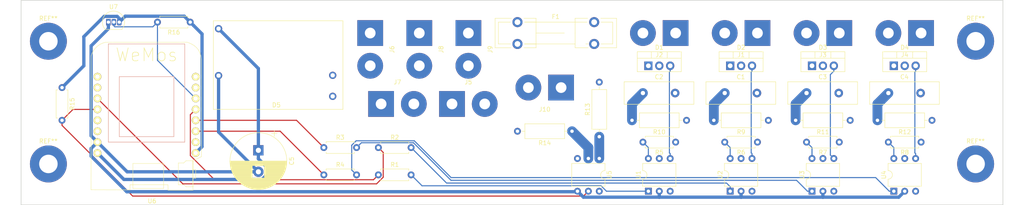
<source format=kicad_pcb>
(kicad_pcb (version 20171130) (host pcbnew 5.0.1+dfsg1-3~bpo9+1)

  (general
    (thickness 1.6)
    (drawings 4)
    (tracks 137)
    (zones 0)
    (modules 48)
    (nets 52)
  )

  (page A4)
  (layers
    (0 F.Cu signal)
    (31 B.Cu signal)
    (32 B.Adhes user)
    (33 F.Adhes user)
    (34 B.Paste user)
    (35 F.Paste user)
    (36 B.SilkS user)
    (37 F.SilkS user)
    (38 B.Mask user)
    (39 F.Mask user)
    (40 Dwgs.User user)
    (41 Cmts.User user)
    (42 Eco1.User user)
    (43 Eco2.User user)
    (44 Edge.Cuts user)
    (45 Margin user)
    (46 B.CrtYd user)
    (47 F.CrtYd user)
    (48 B.Fab user)
    (49 F.Fab user)
  )

  (setup
    (last_trace_width 0.254)
    (trace_clearance 0.2032)
    (zone_clearance 0.508)
    (zone_45_only no)
    (trace_min 0.1524)
    (segment_width 0.2)
    (edge_width 0.15)
    (via_size 0.8128)
    (via_drill 0.4064)
    (via_min_size 0.4064)
    (via_min_drill 0.3048)
    (uvia_size 0.3)
    (uvia_drill 0.1)
    (uvias_allowed no)
    (uvia_min_size 0.2)
    (uvia_min_drill 0.1)
    (pcb_text_width 0.3)
    (pcb_text_size 1.5 1.5)
    (mod_edge_width 0.15)
    (mod_text_size 1 1)
    (mod_text_width 0.15)
    (pad_size 8.6 8.6)
    (pad_drill 4.3)
    (pad_to_mask_clearance 0.051)
    (solder_mask_min_width 0.25)
    (aux_axis_origin 0 0)
    (visible_elements FFFFFF7F)
    (pcbplotparams
      (layerselection 0x010fc_ffffffff)
      (usegerberextensions false)
      (usegerberattributes false)
      (usegerberadvancedattributes false)
      (creategerberjobfile false)
      (excludeedgelayer true)
      (linewidth 0.100000)
      (plotframeref false)
      (viasonmask false)
      (mode 1)
      (useauxorigin false)
      (hpglpennumber 1)
      (hpglpenspeed 20)
      (hpglpendiameter 15.000000)
      (psnegative false)
      (psa4output false)
      (plotreference true)
      (plotvalue true)
      (plotinvisibletext false)
      (padsonsilk false)
      (subtractmaskfromsilk false)
      (outputformat 1)
      (mirror false)
      (drillshape 1)
      (scaleselection 1)
      (outputdirectory ""))
  )

  (net 0 "")
  (net 1 VCC)
  (net 2 GND)
  (net 3 /FUSED_AC)
  (net 4 /NEUTRAL)
  (net 5 "Net-(U6-Pad8)")
  (net 6 "Net-(U6-Pad7)")
  (net 7 /TRIAC_1)
  (net 8 /ZCD)
  (net 9 "Net-(U6-Pad4)")
  (net 10 "Net-(U6-Pad3)")
  (net 11 +3V3)
  (net 12 "Net-(U6-Pad15)")
  (net 13 /TRIAC_4)
  (net 14 /TRIAC_3)
  (net 15 /TRIAC_2)
  (net 16 /ONE_WIRE)
  (net 17 "Net-(U6-Pad10)")
  (net 18 "Net-(U6-Pad9)")
  (net 19 /SNUB_2)
  (net 20 /SNUB_1)
  (net 21 /SNUB_3)
  (net 22 /SNUB_4)
  (net 23 "Net-(R13-Pad1)")
  (net 24 "Net-(R14-Pad1)")
  (net 25 /OGATE_2)
  (net 26 "Net-(R1-Pad2)")
  (net 27 "Net-(R2-Pad2)")
  (net 28 "Net-(R3-Pad2)")
  (net 29 "Net-(R4-Pad2)")
  (net 30 /OGATE_1)
  (net 31 /OGATE_3)
  (net 32 /OGATE_4)
  (net 33 /OUT_2)
  (net 34 /GATE_2)
  (net 35 /GATE_1)
  (net 36 /OUT_1)
  (net 37 /OUT_3)
  (net 38 /GATE_3)
  (net 39 /GATE_4)
  (net 40 /OUT_4)
  (net 41 "Net-(U5-Pad3)")
  (net 42 "Net-(U5-Pad6)")
  (net 43 "Net-(U1-Pad3)")
  (net 44 "Net-(U1-Pad5)")
  (net 45 "Net-(U2-Pad5)")
  (net 46 "Net-(U2-Pad3)")
  (net 47 "Net-(U4-Pad3)")
  (net 48 "Net-(U4-Pad5)")
  (net 49 "Net-(U3-Pad5)")
  (net 50 "Net-(U3-Pad3)")
  (net 51 /AC)

  (net_class Default "This is the default net class."
    (clearance 0.2032)
    (trace_width 0.254)
    (via_dia 0.8128)
    (via_drill 0.4064)
    (uvia_dia 0.3)
    (uvia_drill 0.1)
    (add_net /GATE_1)
    (add_net /GATE_2)
    (add_net /GATE_3)
    (add_net /GATE_4)
    (add_net /OGATE_1)
    (add_net /OGATE_2)
    (add_net /OGATE_3)
    (add_net /OGATE_4)
    (add_net /ONE_WIRE)
    (add_net /TRIAC_1)
    (add_net /TRIAC_2)
    (add_net /TRIAC_3)
    (add_net /TRIAC_4)
    (add_net /ZCD)
    (add_net "Net-(R1-Pad2)")
    (add_net "Net-(R2-Pad2)")
    (add_net "Net-(R3-Pad2)")
    (add_net "Net-(R4-Pad2)")
    (add_net "Net-(U1-Pad3)")
    (add_net "Net-(U1-Pad5)")
    (add_net "Net-(U2-Pad3)")
    (add_net "Net-(U2-Pad5)")
    (add_net "Net-(U3-Pad3)")
    (add_net "Net-(U3-Pad5)")
    (add_net "Net-(U4-Pad3)")
    (add_net "Net-(U4-Pad5)")
    (add_net "Net-(U5-Pad3)")
    (add_net "Net-(U5-Pad6)")
    (add_net "Net-(U6-Pad10)")
    (add_net "Net-(U6-Pad15)")
    (add_net "Net-(U6-Pad3)")
    (add_net "Net-(U6-Pad4)")
    (add_net "Net-(U6-Pad7)")
    (add_net "Net-(U6-Pad8)")
    (add_net "Net-(U6-Pad9)")
  )

  (net_class "AC Power" ""
    (clearance 0.2032)
    (trace_width 2.286)
    (via_dia 1.524)
    (via_drill 0.635)
    (uvia_dia 0.3)
    (uvia_drill 0.1)
    (add_net /AC)
    (add_net /FUSED_AC)
    (add_net /NEUTRAL)
    (add_net /OUT_1)
    (add_net /OUT_2)
    (add_net /OUT_3)
    (add_net /OUT_4)
    (add_net /SNUB_1)
    (add_net /SNUB_2)
    (add_net /SNUB_3)
    (add_net /SNUB_4)
    (add_net "Net-(R13-Pad1)")
    (add_net "Net-(R14-Pad1)")
  )

  (net_class "DC Power" ""
    (clearance 0.2032)
    (trace_width 0.762)
    (via_dia 1.524)
    (via_drill 0.635)
    (uvia_dia 0.3)
    (uvia_drill 0.1)
    (add_net +3V3)
    (add_net GND)
    (add_net VCC)
  )

  (module wemos_d1_mini:D1_mini_board (layer F.Cu) (tedit 5766F65E) (tstamp 5C19E9E3)
    (at 64.135 53.34)
    (path /5C1C023F)
    (fp_text reference U6 (at 1.27 18.81) (layer F.SilkS)
      (effects (font (size 1 1) (thickness 0.15)))
    )
    (fp_text value WeMos_mini (at 1.27 -19.05) (layer F.Fab)
      (effects (font (size 1 1) (thickness 0.15)))
    )
    (fp_text user WeMos (at 0 -15.24) (layer F.SilkS)
      (effects (font (size 3 3) (thickness 0.15)))
    )
    (fp_line (start -6.35 3.81) (end -6.35 -10.16) (layer B.SilkS) (width 0.15))
    (fp_line (start -6.35 -10.16) (end 6.35 -10.16) (layer B.SilkS) (width 0.15))
    (fp_line (start 6.35 -10.16) (end 6.35 3.81) (layer B.SilkS) (width 0.15))
    (fp_line (start 6.35 3.81) (end -6.35 3.81) (layer B.SilkS) (width 0.15))
    (fp_line (start -8.89 5.08) (end 8.89 5.08) (layer B.SilkS) (width 0.15))
    (fp_line (start 8.89 5.08) (end 8.89 -17.78) (layer B.SilkS) (width 0.15))
    (fp_line (start 8.89 -17.78) (end -8.89 -17.78) (layer B.SilkS) (width 0.15))
    (fp_line (start -8.89 -17.78) (end -8.89 5.08) (layer B.SilkS) (width 0.15))
    (fp_line (start 10.817472 16.277228) (end 5.00618 16.277228) (layer F.SilkS) (width 0.1))
    (fp_line (start 5.00618 16.277228) (end 4.979849 14.993795) (layer F.SilkS) (width 0.1))
    (fp_line (start 4.979849 14.993795) (end -3.851373 15.000483) (layer F.SilkS) (width 0.1))
    (fp_line (start -3.851373 15.000483) (end -3.849397 16.202736) (layer F.SilkS) (width 0.1))
    (fp_line (start -3.849397 16.202736) (end -12.930193 16.176658) (layer F.SilkS) (width 0.1))
    (fp_line (start -12.930193 16.176658) (end -12.916195 -14.993493) (layer F.SilkS) (width 0.1))
    (fp_line (start -12.916195 -14.993493) (end -12.683384 -15.596286) (layer F.SilkS) (width 0.1))
    (fp_line (start -12.683384 -15.596286) (end -12.399901 -16.141167) (layer F.SilkS) (width 0.1))
    (fp_line (start -12.399901 -16.141167) (end -12.065253 -16.627577) (layer F.SilkS) (width 0.1))
    (fp_line (start -12.065253 -16.627577) (end -11.678953 -17.054952) (layer F.SilkS) (width 0.1))
    (fp_line (start -11.678953 -17.054952) (end -11.240512 -17.422741) (layer F.SilkS) (width 0.1))
    (fp_line (start -11.240512 -17.422741) (end -10.74944 -17.730377) (layer F.SilkS) (width 0.1))
    (fp_line (start -10.74944 -17.730377) (end -10.20525 -17.97731) (layer F.SilkS) (width 0.1))
    (fp_line (start -10.20525 -17.97731) (end -9.607453 -18.162976) (layer F.SilkS) (width 0.1))
    (fp_line (start -9.607453 -18.162976) (end 9.43046 -18.191734) (layer F.SilkS) (width 0.1))
    (fp_line (start 9.43046 -18.191734) (end 10.049824 -17.957741) (layer F.SilkS) (width 0.1))
    (fp_line (start 10.049824 -17.957741) (end 10.638018 -17.673258) (layer F.SilkS) (width 0.1))
    (fp_line (start 10.638018 -17.673258) (end 11.181445 -17.323743) (layer F.SilkS) (width 0.1))
    (fp_line (start 11.181445 -17.323743) (end 11.666503 -16.894658) (layer F.SilkS) (width 0.1))
    (fp_line (start 11.666503 -16.894658) (end 12.079595 -16.37146) (layer F.SilkS) (width 0.1))
    (fp_line (start 12.079595 -16.37146) (end 12.407122 -15.739613) (layer F.SilkS) (width 0.1))
    (fp_line (start 12.407122 -15.739613) (end 12.635482 -14.984575) (layer F.SilkS) (width 0.1))
    (fp_line (start 12.635482 -14.984575) (end 12.751078 -14.091807) (layer F.SilkS) (width 0.1))
    (fp_line (start 12.751078 -14.091807) (end 12.776026 8.463285) (layer F.SilkS) (width 0.1))
    (fp_line (start 12.776026 8.463285) (end 10.83248 9.424181) (layer F.SilkS) (width 0.1))
    (fp_line (start 10.83248 9.424181) (end 10.802686 16.232524) (layer F.SilkS) (width 0.1))
    (fp_line (start -3.17965 10.051451) (end 3.959931 10.051451) (layer F.SilkS) (width 0.1))
    (fp_line (start 3.959931 10.051451) (end 3.959931 15.865188) (layer F.SilkS) (width 0.1))
    (fp_line (start 3.959931 15.865188) (end -3.17965 15.865188) (layer F.SilkS) (width 0.1))
    (fp_line (start -3.17965 15.865188) (end -3.17965 10.051451) (layer F.SilkS) (width 0.1))
    (fp_line (start 10.7436 9.402349) (end 9.191378 9.402349) (layer F.SilkS) (width 0.1))
    (fp_line (start 9.191378 9.402349) (end 8.662211 9.931515) (layer F.SilkS) (width 0.1))
    (fp_line (start 8.662211 9.931515) (end 7.40985 9.931515) (layer F.SilkS) (width 0.1))
    (fp_line (start 7.40985 9.931515) (end 7.40985 14.993876) (layer F.SilkS) (width 0.1))
    (fp_line (start 7.40985 14.993876) (end 8.697489 14.993876) (layer F.SilkS) (width 0.1))
    (fp_line (start 8.697489 14.993876) (end 9.226656 15.487765) (layer F.SilkS) (width 0.1))
    (fp_line (start 9.226656 15.487765) (end 10.796517 15.487765) (layer F.SilkS) (width 0.1))
    (fp_line (start 10.796517 15.487765) (end 10.7436 9.402349) (layer F.SilkS) (width 0.1))
    (fp_line (start 10.778878 11.483738) (end 11.431517 11.483738) (layer F.SilkS) (width 0.1))
    (fp_line (start 11.431517 11.483738) (end 11.431517 13.476932) (layer F.SilkS) (width 0.1))
    (fp_line (start 11.431517 13.476932) (end 10.814156 13.476932) (layer F.SilkS) (width 0.1))
    (pad 8 thru_hole circle (at -11.43 -10.16) (size 1.8 1.8) (drill 1.016) (layers *.Cu *.Mask F.SilkS)
      (net 5 "Net-(U6-Pad8)"))
    (pad 7 thru_hole circle (at -11.43 -7.62) (size 1.8 1.8) (drill 1.016) (layers *.Cu *.Mask F.SilkS)
      (net 6 "Net-(U6-Pad7)"))
    (pad 6 thru_hole circle (at -11.43 -5.08) (size 1.8 1.8) (drill 1.016) (layers *.Cu *.Mask F.SilkS)
      (net 7 /TRIAC_1))
    (pad 5 thru_hole circle (at -11.43 -2.54) (size 1.8 1.8) (drill 1.016) (layers *.Cu *.Mask F.SilkS)
      (net 8 /ZCD))
    (pad 4 thru_hole circle (at -11.43 0) (size 1.8 1.8) (drill 1.016) (layers *.Cu *.Mask F.SilkS)
      (net 9 "Net-(U6-Pad4)"))
    (pad 3 thru_hole circle (at -11.43 2.54) (size 1.8 1.8) (drill 1.016) (layers *.Cu *.Mask F.SilkS)
      (net 10 "Net-(U6-Pad3)"))
    (pad 2 thru_hole circle (at -11.43 5.08) (size 1.8 1.8) (drill 1.016) (layers *.Cu *.Mask F.SilkS)
      (net 2 GND))
    (pad 1 thru_hole circle (at -11.43 7.62) (size 1.8 1.8) (drill 1.016) (layers *.Cu *.Mask F.SilkS)
      (net 1 VCC))
    (pad 16 thru_hole circle (at 11.43 7.62) (size 1.8 1.8) (drill 1.016) (layers *.Cu *.Mask F.SilkS)
      (net 11 +3V3))
    (pad 15 thru_hole circle (at 11.43 5.08) (size 1.8 1.8) (drill 1.016) (layers *.Cu *.Mask F.SilkS)
      (net 12 "Net-(U6-Pad15)"))
    (pad 14 thru_hole circle (at 11.43 2.54) (size 1.8 1.8) (drill 1.016) (layers *.Cu *.Mask F.SilkS)
      (net 13 /TRIAC_4))
    (pad 13 thru_hole circle (at 11.43 0) (size 1.8 1.8) (drill 1.016) (layers *.Cu *.Mask F.SilkS)
      (net 14 /TRIAC_3))
    (pad 12 thru_hole circle (at 11.43 -2.54) (size 1.8 1.8) (drill 1.016) (layers *.Cu *.Mask F.SilkS)
      (net 15 /TRIAC_2))
    (pad 11 thru_hole circle (at 11.43 -5.08) (size 1.8 1.8) (drill 1.016) (layers *.Cu *.Mask F.SilkS)
      (net 16 /ONE_WIRE))
    (pad 10 thru_hole circle (at 11.43 -7.62) (size 1.8 1.8) (drill 1.016) (layers *.Cu *.Mask F.SilkS)
      (net 17 "Net-(U6-Pad10)"))
    (pad 9 thru_hole circle (at 11.43 -10.16) (size 1.8 1.8) (drill 1.016) (layers *.Cu *.Mask F.SilkS)
      (net 18 "Net-(U6-Pad9)"))
  )

  (module Capacitor_THT:CP_Radial_D13.0mm_P5.00mm (layer F.Cu) (tedit 5AE50EF1) (tstamp 5C55BB72)
    (at 90.17 60.325 270)
    (descr "CP, Radial series, Radial, pin pitch=5.00mm, , diameter=13mm, Electrolytic Capacitor")
    (tags "CP Radial series Radial pin pitch 5.00mm  diameter 13mm Electrolytic Capacitor")
    (path /5C1AB147)
    (fp_text reference C5 (at 2.5 -7.75 270) (layer F.SilkS)
      (effects (font (size 1 1) (thickness 0.15)))
    )
    (fp_text value 100MFD (at 2.5 7.75 270) (layer F.Fab)
      (effects (font (size 1 1) (thickness 0.15)))
    )
    (fp_circle (center 2.5 0) (end 9 0) (layer F.Fab) (width 0.1))
    (fp_circle (center 2.5 0) (end 9.12 0) (layer F.SilkS) (width 0.12))
    (fp_circle (center 2.5 0) (end 9.25 0) (layer F.CrtYd) (width 0.05))
    (fp_line (start -3.082015 -2.8475) (end -1.782015 -2.8475) (layer F.Fab) (width 0.1))
    (fp_line (start -2.432015 -3.4975) (end -2.432015 -2.1975) (layer F.Fab) (width 0.1))
    (fp_line (start 2.5 -6.58) (end 2.5 6.58) (layer F.SilkS) (width 0.12))
    (fp_line (start 2.54 -6.58) (end 2.54 6.58) (layer F.SilkS) (width 0.12))
    (fp_line (start 2.58 -6.58) (end 2.58 6.58) (layer F.SilkS) (width 0.12))
    (fp_line (start 2.62 -6.579) (end 2.62 6.579) (layer F.SilkS) (width 0.12))
    (fp_line (start 2.66 -6.579) (end 2.66 6.579) (layer F.SilkS) (width 0.12))
    (fp_line (start 2.7 -6.577) (end 2.7 6.577) (layer F.SilkS) (width 0.12))
    (fp_line (start 2.74 -6.576) (end 2.74 6.576) (layer F.SilkS) (width 0.12))
    (fp_line (start 2.78 -6.575) (end 2.78 6.575) (layer F.SilkS) (width 0.12))
    (fp_line (start 2.82 -6.573) (end 2.82 6.573) (layer F.SilkS) (width 0.12))
    (fp_line (start 2.86 -6.571) (end 2.86 6.571) (layer F.SilkS) (width 0.12))
    (fp_line (start 2.9 -6.568) (end 2.9 6.568) (layer F.SilkS) (width 0.12))
    (fp_line (start 2.94 -6.566) (end 2.94 6.566) (layer F.SilkS) (width 0.12))
    (fp_line (start 2.98 -6.563) (end 2.98 6.563) (layer F.SilkS) (width 0.12))
    (fp_line (start 3.02 -6.56) (end 3.02 6.56) (layer F.SilkS) (width 0.12))
    (fp_line (start 3.06 -6.557) (end 3.06 6.557) (layer F.SilkS) (width 0.12))
    (fp_line (start 3.1 -6.553) (end 3.1 6.553) (layer F.SilkS) (width 0.12))
    (fp_line (start 3.14 -6.549) (end 3.14 6.549) (layer F.SilkS) (width 0.12))
    (fp_line (start 3.18 -6.545) (end 3.18 6.545) (layer F.SilkS) (width 0.12))
    (fp_line (start 3.221 -6.541) (end 3.221 6.541) (layer F.SilkS) (width 0.12))
    (fp_line (start 3.261 -6.537) (end 3.261 6.537) (layer F.SilkS) (width 0.12))
    (fp_line (start 3.301 -6.532) (end 3.301 6.532) (layer F.SilkS) (width 0.12))
    (fp_line (start 3.341 -6.527) (end 3.341 6.527) (layer F.SilkS) (width 0.12))
    (fp_line (start 3.381 -6.522) (end 3.381 6.522) (layer F.SilkS) (width 0.12))
    (fp_line (start 3.421 -6.516) (end 3.421 6.516) (layer F.SilkS) (width 0.12))
    (fp_line (start 3.461 -6.511) (end 3.461 6.511) (layer F.SilkS) (width 0.12))
    (fp_line (start 3.501 -6.505) (end 3.501 6.505) (layer F.SilkS) (width 0.12))
    (fp_line (start 3.541 -6.498) (end 3.541 6.498) (layer F.SilkS) (width 0.12))
    (fp_line (start 3.581 -6.492) (end 3.581 -1.44) (layer F.SilkS) (width 0.12))
    (fp_line (start 3.581 1.44) (end 3.581 6.492) (layer F.SilkS) (width 0.12))
    (fp_line (start 3.621 -6.485) (end 3.621 -1.44) (layer F.SilkS) (width 0.12))
    (fp_line (start 3.621 1.44) (end 3.621 6.485) (layer F.SilkS) (width 0.12))
    (fp_line (start 3.661 -6.478) (end 3.661 -1.44) (layer F.SilkS) (width 0.12))
    (fp_line (start 3.661 1.44) (end 3.661 6.478) (layer F.SilkS) (width 0.12))
    (fp_line (start 3.701 -6.471) (end 3.701 -1.44) (layer F.SilkS) (width 0.12))
    (fp_line (start 3.701 1.44) (end 3.701 6.471) (layer F.SilkS) (width 0.12))
    (fp_line (start 3.741 -6.463) (end 3.741 -1.44) (layer F.SilkS) (width 0.12))
    (fp_line (start 3.741 1.44) (end 3.741 6.463) (layer F.SilkS) (width 0.12))
    (fp_line (start 3.781 -6.456) (end 3.781 -1.44) (layer F.SilkS) (width 0.12))
    (fp_line (start 3.781 1.44) (end 3.781 6.456) (layer F.SilkS) (width 0.12))
    (fp_line (start 3.821 -6.448) (end 3.821 -1.44) (layer F.SilkS) (width 0.12))
    (fp_line (start 3.821 1.44) (end 3.821 6.448) (layer F.SilkS) (width 0.12))
    (fp_line (start 3.861 -6.439) (end 3.861 -1.44) (layer F.SilkS) (width 0.12))
    (fp_line (start 3.861 1.44) (end 3.861 6.439) (layer F.SilkS) (width 0.12))
    (fp_line (start 3.901 -6.431) (end 3.901 -1.44) (layer F.SilkS) (width 0.12))
    (fp_line (start 3.901 1.44) (end 3.901 6.431) (layer F.SilkS) (width 0.12))
    (fp_line (start 3.941 -6.422) (end 3.941 -1.44) (layer F.SilkS) (width 0.12))
    (fp_line (start 3.941 1.44) (end 3.941 6.422) (layer F.SilkS) (width 0.12))
    (fp_line (start 3.981 -6.413) (end 3.981 -1.44) (layer F.SilkS) (width 0.12))
    (fp_line (start 3.981 1.44) (end 3.981 6.413) (layer F.SilkS) (width 0.12))
    (fp_line (start 4.021 -6.404) (end 4.021 -1.44) (layer F.SilkS) (width 0.12))
    (fp_line (start 4.021 1.44) (end 4.021 6.404) (layer F.SilkS) (width 0.12))
    (fp_line (start 4.061 -6.394) (end 4.061 -1.44) (layer F.SilkS) (width 0.12))
    (fp_line (start 4.061 1.44) (end 4.061 6.394) (layer F.SilkS) (width 0.12))
    (fp_line (start 4.101 -6.384) (end 4.101 -1.44) (layer F.SilkS) (width 0.12))
    (fp_line (start 4.101 1.44) (end 4.101 6.384) (layer F.SilkS) (width 0.12))
    (fp_line (start 4.141 -6.374) (end 4.141 -1.44) (layer F.SilkS) (width 0.12))
    (fp_line (start 4.141 1.44) (end 4.141 6.374) (layer F.SilkS) (width 0.12))
    (fp_line (start 4.181 -6.364) (end 4.181 -1.44) (layer F.SilkS) (width 0.12))
    (fp_line (start 4.181 1.44) (end 4.181 6.364) (layer F.SilkS) (width 0.12))
    (fp_line (start 4.221 -6.353) (end 4.221 -1.44) (layer F.SilkS) (width 0.12))
    (fp_line (start 4.221 1.44) (end 4.221 6.353) (layer F.SilkS) (width 0.12))
    (fp_line (start 4.261 -6.342) (end 4.261 -1.44) (layer F.SilkS) (width 0.12))
    (fp_line (start 4.261 1.44) (end 4.261 6.342) (layer F.SilkS) (width 0.12))
    (fp_line (start 4.301 -6.331) (end 4.301 -1.44) (layer F.SilkS) (width 0.12))
    (fp_line (start 4.301 1.44) (end 4.301 6.331) (layer F.SilkS) (width 0.12))
    (fp_line (start 4.341 -6.32) (end 4.341 -1.44) (layer F.SilkS) (width 0.12))
    (fp_line (start 4.341 1.44) (end 4.341 6.32) (layer F.SilkS) (width 0.12))
    (fp_line (start 4.381 -6.308) (end 4.381 -1.44) (layer F.SilkS) (width 0.12))
    (fp_line (start 4.381 1.44) (end 4.381 6.308) (layer F.SilkS) (width 0.12))
    (fp_line (start 4.421 -6.296) (end 4.421 -1.44) (layer F.SilkS) (width 0.12))
    (fp_line (start 4.421 1.44) (end 4.421 6.296) (layer F.SilkS) (width 0.12))
    (fp_line (start 4.461 -6.284) (end 4.461 -1.44) (layer F.SilkS) (width 0.12))
    (fp_line (start 4.461 1.44) (end 4.461 6.284) (layer F.SilkS) (width 0.12))
    (fp_line (start 4.501 -6.271) (end 4.501 -1.44) (layer F.SilkS) (width 0.12))
    (fp_line (start 4.501 1.44) (end 4.501 6.271) (layer F.SilkS) (width 0.12))
    (fp_line (start 4.541 -6.258) (end 4.541 -1.44) (layer F.SilkS) (width 0.12))
    (fp_line (start 4.541 1.44) (end 4.541 6.258) (layer F.SilkS) (width 0.12))
    (fp_line (start 4.581 -6.245) (end 4.581 -1.44) (layer F.SilkS) (width 0.12))
    (fp_line (start 4.581 1.44) (end 4.581 6.245) (layer F.SilkS) (width 0.12))
    (fp_line (start 4.621 -6.232) (end 4.621 -1.44) (layer F.SilkS) (width 0.12))
    (fp_line (start 4.621 1.44) (end 4.621 6.232) (layer F.SilkS) (width 0.12))
    (fp_line (start 4.661 -6.218) (end 4.661 -1.44) (layer F.SilkS) (width 0.12))
    (fp_line (start 4.661 1.44) (end 4.661 6.218) (layer F.SilkS) (width 0.12))
    (fp_line (start 4.701 -6.204) (end 4.701 -1.44) (layer F.SilkS) (width 0.12))
    (fp_line (start 4.701 1.44) (end 4.701 6.204) (layer F.SilkS) (width 0.12))
    (fp_line (start 4.741 -6.19) (end 4.741 -1.44) (layer F.SilkS) (width 0.12))
    (fp_line (start 4.741 1.44) (end 4.741 6.19) (layer F.SilkS) (width 0.12))
    (fp_line (start 4.781 -6.175) (end 4.781 -1.44) (layer F.SilkS) (width 0.12))
    (fp_line (start 4.781 1.44) (end 4.781 6.175) (layer F.SilkS) (width 0.12))
    (fp_line (start 4.821 -6.161) (end 4.821 -1.44) (layer F.SilkS) (width 0.12))
    (fp_line (start 4.821 1.44) (end 4.821 6.161) (layer F.SilkS) (width 0.12))
    (fp_line (start 4.861 -6.146) (end 4.861 -1.44) (layer F.SilkS) (width 0.12))
    (fp_line (start 4.861 1.44) (end 4.861 6.146) (layer F.SilkS) (width 0.12))
    (fp_line (start 4.901 -6.13) (end 4.901 -1.44) (layer F.SilkS) (width 0.12))
    (fp_line (start 4.901 1.44) (end 4.901 6.13) (layer F.SilkS) (width 0.12))
    (fp_line (start 4.941 -6.114) (end 4.941 -1.44) (layer F.SilkS) (width 0.12))
    (fp_line (start 4.941 1.44) (end 4.941 6.114) (layer F.SilkS) (width 0.12))
    (fp_line (start 4.981 -6.098) (end 4.981 -1.44) (layer F.SilkS) (width 0.12))
    (fp_line (start 4.981 1.44) (end 4.981 6.098) (layer F.SilkS) (width 0.12))
    (fp_line (start 5.021 -6.082) (end 5.021 -1.44) (layer F.SilkS) (width 0.12))
    (fp_line (start 5.021 1.44) (end 5.021 6.082) (layer F.SilkS) (width 0.12))
    (fp_line (start 5.061 -6.065) (end 5.061 -1.44) (layer F.SilkS) (width 0.12))
    (fp_line (start 5.061 1.44) (end 5.061 6.065) (layer F.SilkS) (width 0.12))
    (fp_line (start 5.101 -6.049) (end 5.101 -1.44) (layer F.SilkS) (width 0.12))
    (fp_line (start 5.101 1.44) (end 5.101 6.049) (layer F.SilkS) (width 0.12))
    (fp_line (start 5.141 -6.031) (end 5.141 -1.44) (layer F.SilkS) (width 0.12))
    (fp_line (start 5.141 1.44) (end 5.141 6.031) (layer F.SilkS) (width 0.12))
    (fp_line (start 5.181 -6.014) (end 5.181 -1.44) (layer F.SilkS) (width 0.12))
    (fp_line (start 5.181 1.44) (end 5.181 6.014) (layer F.SilkS) (width 0.12))
    (fp_line (start 5.221 -5.996) (end 5.221 -1.44) (layer F.SilkS) (width 0.12))
    (fp_line (start 5.221 1.44) (end 5.221 5.996) (layer F.SilkS) (width 0.12))
    (fp_line (start 5.261 -5.978) (end 5.261 -1.44) (layer F.SilkS) (width 0.12))
    (fp_line (start 5.261 1.44) (end 5.261 5.978) (layer F.SilkS) (width 0.12))
    (fp_line (start 5.301 -5.959) (end 5.301 -1.44) (layer F.SilkS) (width 0.12))
    (fp_line (start 5.301 1.44) (end 5.301 5.959) (layer F.SilkS) (width 0.12))
    (fp_line (start 5.341 -5.94) (end 5.341 -1.44) (layer F.SilkS) (width 0.12))
    (fp_line (start 5.341 1.44) (end 5.341 5.94) (layer F.SilkS) (width 0.12))
    (fp_line (start 5.381 -5.921) (end 5.381 -1.44) (layer F.SilkS) (width 0.12))
    (fp_line (start 5.381 1.44) (end 5.381 5.921) (layer F.SilkS) (width 0.12))
    (fp_line (start 5.421 -5.902) (end 5.421 -1.44) (layer F.SilkS) (width 0.12))
    (fp_line (start 5.421 1.44) (end 5.421 5.902) (layer F.SilkS) (width 0.12))
    (fp_line (start 5.461 -5.882) (end 5.461 -1.44) (layer F.SilkS) (width 0.12))
    (fp_line (start 5.461 1.44) (end 5.461 5.882) (layer F.SilkS) (width 0.12))
    (fp_line (start 5.501 -5.862) (end 5.501 -1.44) (layer F.SilkS) (width 0.12))
    (fp_line (start 5.501 1.44) (end 5.501 5.862) (layer F.SilkS) (width 0.12))
    (fp_line (start 5.541 -5.841) (end 5.541 -1.44) (layer F.SilkS) (width 0.12))
    (fp_line (start 5.541 1.44) (end 5.541 5.841) (layer F.SilkS) (width 0.12))
    (fp_line (start 5.581 -5.82) (end 5.581 -1.44) (layer F.SilkS) (width 0.12))
    (fp_line (start 5.581 1.44) (end 5.581 5.82) (layer F.SilkS) (width 0.12))
    (fp_line (start 5.621 -5.799) (end 5.621 -1.44) (layer F.SilkS) (width 0.12))
    (fp_line (start 5.621 1.44) (end 5.621 5.799) (layer F.SilkS) (width 0.12))
    (fp_line (start 5.661 -5.778) (end 5.661 -1.44) (layer F.SilkS) (width 0.12))
    (fp_line (start 5.661 1.44) (end 5.661 5.778) (layer F.SilkS) (width 0.12))
    (fp_line (start 5.701 -5.756) (end 5.701 -1.44) (layer F.SilkS) (width 0.12))
    (fp_line (start 5.701 1.44) (end 5.701 5.756) (layer F.SilkS) (width 0.12))
    (fp_line (start 5.741 -5.733) (end 5.741 -1.44) (layer F.SilkS) (width 0.12))
    (fp_line (start 5.741 1.44) (end 5.741 5.733) (layer F.SilkS) (width 0.12))
    (fp_line (start 5.781 -5.711) (end 5.781 -1.44) (layer F.SilkS) (width 0.12))
    (fp_line (start 5.781 1.44) (end 5.781 5.711) (layer F.SilkS) (width 0.12))
    (fp_line (start 5.821 -5.688) (end 5.821 -1.44) (layer F.SilkS) (width 0.12))
    (fp_line (start 5.821 1.44) (end 5.821 5.688) (layer F.SilkS) (width 0.12))
    (fp_line (start 5.861 -5.664) (end 5.861 -1.44) (layer F.SilkS) (width 0.12))
    (fp_line (start 5.861 1.44) (end 5.861 5.664) (layer F.SilkS) (width 0.12))
    (fp_line (start 5.901 -5.641) (end 5.901 -1.44) (layer F.SilkS) (width 0.12))
    (fp_line (start 5.901 1.44) (end 5.901 5.641) (layer F.SilkS) (width 0.12))
    (fp_line (start 5.941 -5.617) (end 5.941 -1.44) (layer F.SilkS) (width 0.12))
    (fp_line (start 5.941 1.44) (end 5.941 5.617) (layer F.SilkS) (width 0.12))
    (fp_line (start 5.981 -5.592) (end 5.981 -1.44) (layer F.SilkS) (width 0.12))
    (fp_line (start 5.981 1.44) (end 5.981 5.592) (layer F.SilkS) (width 0.12))
    (fp_line (start 6.021 -5.567) (end 6.021 -1.44) (layer F.SilkS) (width 0.12))
    (fp_line (start 6.021 1.44) (end 6.021 5.567) (layer F.SilkS) (width 0.12))
    (fp_line (start 6.061 -5.542) (end 6.061 -1.44) (layer F.SilkS) (width 0.12))
    (fp_line (start 6.061 1.44) (end 6.061 5.542) (layer F.SilkS) (width 0.12))
    (fp_line (start 6.101 -5.516) (end 6.101 -1.44) (layer F.SilkS) (width 0.12))
    (fp_line (start 6.101 1.44) (end 6.101 5.516) (layer F.SilkS) (width 0.12))
    (fp_line (start 6.141 -5.49) (end 6.141 -1.44) (layer F.SilkS) (width 0.12))
    (fp_line (start 6.141 1.44) (end 6.141 5.49) (layer F.SilkS) (width 0.12))
    (fp_line (start 6.181 -5.463) (end 6.181 -1.44) (layer F.SilkS) (width 0.12))
    (fp_line (start 6.181 1.44) (end 6.181 5.463) (layer F.SilkS) (width 0.12))
    (fp_line (start 6.221 -5.436) (end 6.221 -1.44) (layer F.SilkS) (width 0.12))
    (fp_line (start 6.221 1.44) (end 6.221 5.436) (layer F.SilkS) (width 0.12))
    (fp_line (start 6.261 -5.409) (end 6.261 -1.44) (layer F.SilkS) (width 0.12))
    (fp_line (start 6.261 1.44) (end 6.261 5.409) (layer F.SilkS) (width 0.12))
    (fp_line (start 6.301 -5.381) (end 6.301 -1.44) (layer F.SilkS) (width 0.12))
    (fp_line (start 6.301 1.44) (end 6.301 5.381) (layer F.SilkS) (width 0.12))
    (fp_line (start 6.341 -5.353) (end 6.341 -1.44) (layer F.SilkS) (width 0.12))
    (fp_line (start 6.341 1.44) (end 6.341 5.353) (layer F.SilkS) (width 0.12))
    (fp_line (start 6.381 -5.324) (end 6.381 -1.44) (layer F.SilkS) (width 0.12))
    (fp_line (start 6.381 1.44) (end 6.381 5.324) (layer F.SilkS) (width 0.12))
    (fp_line (start 6.421 -5.295) (end 6.421 -1.44) (layer F.SilkS) (width 0.12))
    (fp_line (start 6.421 1.44) (end 6.421 5.295) (layer F.SilkS) (width 0.12))
    (fp_line (start 6.461 -5.265) (end 6.461 5.265) (layer F.SilkS) (width 0.12))
    (fp_line (start 6.501 -5.235) (end 6.501 5.235) (layer F.SilkS) (width 0.12))
    (fp_line (start 6.541 -5.205) (end 6.541 5.205) (layer F.SilkS) (width 0.12))
    (fp_line (start 6.581 -5.174) (end 6.581 5.174) (layer F.SilkS) (width 0.12))
    (fp_line (start 6.621 -5.142) (end 6.621 5.142) (layer F.SilkS) (width 0.12))
    (fp_line (start 6.661 -5.11) (end 6.661 5.11) (layer F.SilkS) (width 0.12))
    (fp_line (start 6.701 -5.078) (end 6.701 5.078) (layer F.SilkS) (width 0.12))
    (fp_line (start 6.741 -5.044) (end 6.741 5.044) (layer F.SilkS) (width 0.12))
    (fp_line (start 6.781 -5.011) (end 6.781 5.011) (layer F.SilkS) (width 0.12))
    (fp_line (start 6.821 -4.977) (end 6.821 4.977) (layer F.SilkS) (width 0.12))
    (fp_line (start 6.861 -4.942) (end 6.861 4.942) (layer F.SilkS) (width 0.12))
    (fp_line (start 6.901 -4.907) (end 6.901 4.907) (layer F.SilkS) (width 0.12))
    (fp_line (start 6.941 -4.871) (end 6.941 4.871) (layer F.SilkS) (width 0.12))
    (fp_line (start 6.981 -4.834) (end 6.981 4.834) (layer F.SilkS) (width 0.12))
    (fp_line (start 7.021 -4.797) (end 7.021 4.797) (layer F.SilkS) (width 0.12))
    (fp_line (start 7.061 -4.76) (end 7.061 4.76) (layer F.SilkS) (width 0.12))
    (fp_line (start 7.101 -4.721) (end 7.101 4.721) (layer F.SilkS) (width 0.12))
    (fp_line (start 7.141 -4.682) (end 7.141 4.682) (layer F.SilkS) (width 0.12))
    (fp_line (start 7.181 -4.643) (end 7.181 4.643) (layer F.SilkS) (width 0.12))
    (fp_line (start 7.221 -4.602) (end 7.221 4.602) (layer F.SilkS) (width 0.12))
    (fp_line (start 7.261 -4.561) (end 7.261 4.561) (layer F.SilkS) (width 0.12))
    (fp_line (start 7.301 -4.519) (end 7.301 4.519) (layer F.SilkS) (width 0.12))
    (fp_line (start 7.341 -4.477) (end 7.341 4.477) (layer F.SilkS) (width 0.12))
    (fp_line (start 7.381 -4.434) (end 7.381 4.434) (layer F.SilkS) (width 0.12))
    (fp_line (start 7.421 -4.39) (end 7.421 4.39) (layer F.SilkS) (width 0.12))
    (fp_line (start 7.461 -4.345) (end 7.461 4.345) (layer F.SilkS) (width 0.12))
    (fp_line (start 7.501 -4.299) (end 7.501 4.299) (layer F.SilkS) (width 0.12))
    (fp_line (start 7.541 -4.253) (end 7.541 4.253) (layer F.SilkS) (width 0.12))
    (fp_line (start 7.581 -4.205) (end 7.581 4.205) (layer F.SilkS) (width 0.12))
    (fp_line (start 7.621 -4.157) (end 7.621 4.157) (layer F.SilkS) (width 0.12))
    (fp_line (start 7.661 -4.108) (end 7.661 4.108) (layer F.SilkS) (width 0.12))
    (fp_line (start 7.701 -4.057) (end 7.701 4.057) (layer F.SilkS) (width 0.12))
    (fp_line (start 7.741 -4.006) (end 7.741 4.006) (layer F.SilkS) (width 0.12))
    (fp_line (start 7.781 -3.954) (end 7.781 3.954) (layer F.SilkS) (width 0.12))
    (fp_line (start 7.821 -3.9) (end 7.821 3.9) (layer F.SilkS) (width 0.12))
    (fp_line (start 7.861 -3.846) (end 7.861 3.846) (layer F.SilkS) (width 0.12))
    (fp_line (start 7.901 -3.79) (end 7.901 3.79) (layer F.SilkS) (width 0.12))
    (fp_line (start 7.941 -3.733) (end 7.941 3.733) (layer F.SilkS) (width 0.12))
    (fp_line (start 7.981 -3.675) (end 7.981 3.675) (layer F.SilkS) (width 0.12))
    (fp_line (start 8.021 -3.615) (end 8.021 3.615) (layer F.SilkS) (width 0.12))
    (fp_line (start 8.061 -3.554) (end 8.061 3.554) (layer F.SilkS) (width 0.12))
    (fp_line (start 8.101 -3.491) (end 8.101 3.491) (layer F.SilkS) (width 0.12))
    (fp_line (start 8.141 -3.427) (end 8.141 3.427) (layer F.SilkS) (width 0.12))
    (fp_line (start 8.181 -3.361) (end 8.181 3.361) (layer F.SilkS) (width 0.12))
    (fp_line (start 8.221 -3.293) (end 8.221 3.293) (layer F.SilkS) (width 0.12))
    (fp_line (start 8.261 -3.223) (end 8.261 3.223) (layer F.SilkS) (width 0.12))
    (fp_line (start 8.301 -3.152) (end 8.301 3.152) (layer F.SilkS) (width 0.12))
    (fp_line (start 8.341 -3.078) (end 8.341 3.078) (layer F.SilkS) (width 0.12))
    (fp_line (start 8.381 -3.002) (end 8.381 3.002) (layer F.SilkS) (width 0.12))
    (fp_line (start 8.421 -2.923) (end 8.421 2.923) (layer F.SilkS) (width 0.12))
    (fp_line (start 8.461 -2.842) (end 8.461 2.842) (layer F.SilkS) (width 0.12))
    (fp_line (start 8.501 -2.758) (end 8.501 2.758) (layer F.SilkS) (width 0.12))
    (fp_line (start 8.541 -2.67) (end 8.541 2.67) (layer F.SilkS) (width 0.12))
    (fp_line (start 8.581 -2.579) (end 8.581 2.579) (layer F.SilkS) (width 0.12))
    (fp_line (start 8.621 -2.484) (end 8.621 2.484) (layer F.SilkS) (width 0.12))
    (fp_line (start 8.661 -2.385) (end 8.661 2.385) (layer F.SilkS) (width 0.12))
    (fp_line (start 8.701 -2.281) (end 8.701 2.281) (layer F.SilkS) (width 0.12))
    (fp_line (start 8.741 -2.171) (end 8.741 2.171) (layer F.SilkS) (width 0.12))
    (fp_line (start 8.781 -2.055) (end 8.781 2.055) (layer F.SilkS) (width 0.12))
    (fp_line (start 8.821 -1.931) (end 8.821 1.931) (layer F.SilkS) (width 0.12))
    (fp_line (start 8.861 -1.798) (end 8.861 1.798) (layer F.SilkS) (width 0.12))
    (fp_line (start 8.901 -1.653) (end 8.901 1.653) (layer F.SilkS) (width 0.12))
    (fp_line (start 8.941 -1.494) (end 8.941 1.494) (layer F.SilkS) (width 0.12))
    (fp_line (start 8.981 -1.315) (end 8.981 1.315) (layer F.SilkS) (width 0.12))
    (fp_line (start 9.021 -1.107) (end 9.021 1.107) (layer F.SilkS) (width 0.12))
    (fp_line (start 9.061 -0.85) (end 9.061 0.85) (layer F.SilkS) (width 0.12))
    (fp_line (start 9.101 -0.475) (end 9.101 0.475) (layer F.SilkS) (width 0.12))
    (fp_line (start -4.584569 -3.715) (end -3.284569 -3.715) (layer F.SilkS) (width 0.12))
    (fp_line (start -3.934569 -4.365) (end -3.934569 -3.065) (layer F.SilkS) (width 0.12))
    (fp_text user %R (at 2.5 0 270) (layer F.Fab)
      (effects (font (size 1 1) (thickness 0.15)))
    )
    (pad 1 thru_hole rect (at 0 0 270) (size 2.4 2.4) (drill 1.2) (layers *.Cu *.Mask)
      (net 1 VCC))
    (pad 2 thru_hole circle (at 5 0 270) (size 2.4 2.4) (drill 1.2) (layers *.Cu *.Mask)
      (net 2 GND))
    (model ${KISYS3DMOD}/Capacitor_THT.3dshapes/CP_Radial_D13.0mm_P5.00mm.wrl
      (at (xyz 0 0 0))
      (scale (xyz 1 1 1))
      (rotate (xyz 0 0 0))
    )
  )

  (module Capacitor_THT:C_Disc_D16.0mm_W5.0mm_P7.50mm (layer F.Cu) (tedit 5AE50EF0) (tstamp 5C55BA76)
    (at 198.755 46.99)
    (descr "C, Disc series, Radial, pin pitch=7.50mm, , diameter*width=16.0*5.0mm^2, Capacitor, http://www.vishay.com/docs/28535/vy2series.pdf")
    (tags "C Disc series Radial pin pitch 7.50mm  diameter 16.0mm width 5.0mm Capacitor")
    (path /5C1B4523)
    (fp_text reference C1 (at 3.75 -3.75) (layer F.SilkS)
      (effects (font (size 1 1) (thickness 0.15)))
    )
    (fp_text value .01MFD (at 3.75 3.75) (layer F.Fab)
      (effects (font (size 1 1) (thickness 0.15)))
    )
    (fp_text user %R (at 3.75 0) (layer F.Fab)
      (effects (font (size 1 1) (thickness 0.15)))
    )
    (fp_line (start 12 -2.75) (end -4.5 -2.75) (layer F.CrtYd) (width 0.05))
    (fp_line (start 12 2.75) (end 12 -2.75) (layer F.CrtYd) (width 0.05))
    (fp_line (start -4.5 2.75) (end 12 2.75) (layer F.CrtYd) (width 0.05))
    (fp_line (start -4.5 -2.75) (end -4.5 2.75) (layer F.CrtYd) (width 0.05))
    (fp_line (start 11.87 -2.62) (end 11.87 2.62) (layer F.SilkS) (width 0.12))
    (fp_line (start -4.37 -2.62) (end -4.37 2.62) (layer F.SilkS) (width 0.12))
    (fp_line (start -4.37 2.62) (end 11.87 2.62) (layer F.SilkS) (width 0.12))
    (fp_line (start -4.37 -2.62) (end 11.87 -2.62) (layer F.SilkS) (width 0.12))
    (fp_line (start 11.75 -2.5) (end -4.25 -2.5) (layer F.Fab) (width 0.1))
    (fp_line (start 11.75 2.5) (end 11.75 -2.5) (layer F.Fab) (width 0.1))
    (fp_line (start -4.25 2.5) (end 11.75 2.5) (layer F.Fab) (width 0.1))
    (fp_line (start -4.25 -2.5) (end -4.25 2.5) (layer F.Fab) (width 0.1))
    (pad 2 thru_hole circle (at 7.5 0) (size 2 2) (drill 1) (layers *.Cu *.Mask)
      (net 33 /OUT_2))
    (pad 1 thru_hole circle (at 0 0) (size 2 2) (drill 1) (layers *.Cu *.Mask)
      (net 19 /SNUB_2))
    (model ${KISYS3DMOD}/Capacitor_THT.3dshapes/C_Disc_D16.0mm_W5.0mm_P7.50mm.wrl
      (at (xyz 0 0 0))
      (scale (xyz 1 1 1))
      (rotate (xyz 0 0 0))
    )
  )

  (module Capacitor_THT:C_Disc_D16.0mm_W5.0mm_P7.50mm (layer F.Cu) (tedit 5AE50EF0) (tstamp 5C19C30E)
    (at 179.705 46.99)
    (descr "C, Disc series, Radial, pin pitch=7.50mm, , diameter*width=16.0*5.0mm^2, Capacitor, http://www.vishay.com/docs/28535/vy2series.pdf")
    (tags "C Disc series Radial pin pitch 7.50mm  diameter 16.0mm width 5.0mm Capacitor")
    (path /5C1B0301)
    (fp_text reference C2 (at 3.75 -3.75) (layer F.SilkS)
      (effects (font (size 1 1) (thickness 0.15)))
    )
    (fp_text value .01MFD (at 3.75 3.75) (layer F.Fab)
      (effects (font (size 1 1) (thickness 0.15)))
    )
    (fp_line (start -4.25 -2.5) (end -4.25 2.5) (layer F.Fab) (width 0.1))
    (fp_line (start -4.25 2.5) (end 11.75 2.5) (layer F.Fab) (width 0.1))
    (fp_line (start 11.75 2.5) (end 11.75 -2.5) (layer F.Fab) (width 0.1))
    (fp_line (start 11.75 -2.5) (end -4.25 -2.5) (layer F.Fab) (width 0.1))
    (fp_line (start -4.37 -2.62) (end 11.87 -2.62) (layer F.SilkS) (width 0.12))
    (fp_line (start -4.37 2.62) (end 11.87 2.62) (layer F.SilkS) (width 0.12))
    (fp_line (start -4.37 -2.62) (end -4.37 2.62) (layer F.SilkS) (width 0.12))
    (fp_line (start 11.87 -2.62) (end 11.87 2.62) (layer F.SilkS) (width 0.12))
    (fp_line (start -4.5 -2.75) (end -4.5 2.75) (layer F.CrtYd) (width 0.05))
    (fp_line (start -4.5 2.75) (end 12 2.75) (layer F.CrtYd) (width 0.05))
    (fp_line (start 12 2.75) (end 12 -2.75) (layer F.CrtYd) (width 0.05))
    (fp_line (start 12 -2.75) (end -4.5 -2.75) (layer F.CrtYd) (width 0.05))
    (fp_text user %R (at 3.75 0) (layer F.Fab)
      (effects (font (size 1 1) (thickness 0.15)))
    )
    (pad 1 thru_hole circle (at 0 0) (size 2 2) (drill 1) (layers *.Cu *.Mask)
      (net 20 /SNUB_1))
    (pad 2 thru_hole circle (at 7.5 0) (size 2 2) (drill 1) (layers *.Cu *.Mask)
      (net 36 /OUT_1))
    (model ${KISYS3DMOD}/Capacitor_THT.3dshapes/C_Disc_D16.0mm_W5.0mm_P7.50mm.wrl
      (at (xyz 0 0 0))
      (scale (xyz 1 1 1))
      (rotate (xyz 0 0 0))
    )
  )

  (module Capacitor_THT:C_Disc_D16.0mm_W5.0mm_P7.50mm (layer F.Cu) (tedit 5AE50EF0) (tstamp 5C55CF91)
    (at 217.805 46.99)
    (descr "C, Disc series, Radial, pin pitch=7.50mm, , diameter*width=16.0*5.0mm^2, Capacitor, http://www.vishay.com/docs/28535/vy2series.pdf")
    (tags "C Disc series Radial pin pitch 7.50mm  diameter 16.0mm width 5.0mm Capacitor")
    (path /5C1B551A)
    (fp_text reference C3 (at 3.75 -3.75) (layer F.SilkS)
      (effects (font (size 1 1) (thickness 0.15)))
    )
    (fp_text value .01MFD (at 3.75 3.75) (layer F.Fab)
      (effects (font (size 1 1) (thickness 0.15)))
    )
    (fp_text user %R (at 3.75 0) (layer F.Fab)
      (effects (font (size 1 1) (thickness 0.15)))
    )
    (fp_line (start 12 -2.75) (end -4.5 -2.75) (layer F.CrtYd) (width 0.05))
    (fp_line (start 12 2.75) (end 12 -2.75) (layer F.CrtYd) (width 0.05))
    (fp_line (start -4.5 2.75) (end 12 2.75) (layer F.CrtYd) (width 0.05))
    (fp_line (start -4.5 -2.75) (end -4.5 2.75) (layer F.CrtYd) (width 0.05))
    (fp_line (start 11.87 -2.62) (end 11.87 2.62) (layer F.SilkS) (width 0.12))
    (fp_line (start -4.37 -2.62) (end -4.37 2.62) (layer F.SilkS) (width 0.12))
    (fp_line (start -4.37 2.62) (end 11.87 2.62) (layer F.SilkS) (width 0.12))
    (fp_line (start -4.37 -2.62) (end 11.87 -2.62) (layer F.SilkS) (width 0.12))
    (fp_line (start 11.75 -2.5) (end -4.25 -2.5) (layer F.Fab) (width 0.1))
    (fp_line (start 11.75 2.5) (end 11.75 -2.5) (layer F.Fab) (width 0.1))
    (fp_line (start -4.25 2.5) (end 11.75 2.5) (layer F.Fab) (width 0.1))
    (fp_line (start -4.25 -2.5) (end -4.25 2.5) (layer F.Fab) (width 0.1))
    (pad 2 thru_hole circle (at 7.5 0) (size 2 2) (drill 1) (layers *.Cu *.Mask)
      (net 37 /OUT_3))
    (pad 1 thru_hole circle (at 0 0) (size 2 2) (drill 1) (layers *.Cu *.Mask)
      (net 21 /SNUB_3))
    (model ${KISYS3DMOD}/Capacitor_THT.3dshapes/C_Disc_D16.0mm_W5.0mm_P7.50mm.wrl
      (at (xyz 0 0 0))
      (scale (xyz 1 1 1))
      (rotate (xyz 0 0 0))
    )
  )

  (module Capacitor_THT:C_Disc_D16.0mm_W5.0mm_P7.50mm (layer F.Cu) (tedit 5AE50EF0) (tstamp 5C55BA3D)
    (at 236.855 46.99)
    (descr "C, Disc series, Radial, pin pitch=7.50mm, , diameter*width=16.0*5.0mm^2, Capacitor, http://www.vishay.com/docs/28535/vy2series.pdf")
    (tags "C Disc series Radial pin pitch 7.50mm  diameter 16.0mm width 5.0mm Capacitor")
    (path /5C1B6F99)
    (fp_text reference C4 (at 3.75 -3.75) (layer F.SilkS)
      (effects (font (size 1 1) (thickness 0.15)))
    )
    (fp_text value .01MFD (at 3.75 3.75) (layer F.Fab)
      (effects (font (size 1 1) (thickness 0.15)))
    )
    (fp_line (start -4.25 -2.5) (end -4.25 2.5) (layer F.Fab) (width 0.1))
    (fp_line (start -4.25 2.5) (end 11.75 2.5) (layer F.Fab) (width 0.1))
    (fp_line (start 11.75 2.5) (end 11.75 -2.5) (layer F.Fab) (width 0.1))
    (fp_line (start 11.75 -2.5) (end -4.25 -2.5) (layer F.Fab) (width 0.1))
    (fp_line (start -4.37 -2.62) (end 11.87 -2.62) (layer F.SilkS) (width 0.12))
    (fp_line (start -4.37 2.62) (end 11.87 2.62) (layer F.SilkS) (width 0.12))
    (fp_line (start -4.37 -2.62) (end -4.37 2.62) (layer F.SilkS) (width 0.12))
    (fp_line (start 11.87 -2.62) (end 11.87 2.62) (layer F.SilkS) (width 0.12))
    (fp_line (start -4.5 -2.75) (end -4.5 2.75) (layer F.CrtYd) (width 0.05))
    (fp_line (start -4.5 2.75) (end 12 2.75) (layer F.CrtYd) (width 0.05))
    (fp_line (start 12 2.75) (end 12 -2.75) (layer F.CrtYd) (width 0.05))
    (fp_line (start 12 -2.75) (end -4.5 -2.75) (layer F.CrtYd) (width 0.05))
    (fp_text user %R (at 3.75 0) (layer F.Fab)
      (effects (font (size 1 1) (thickness 0.15)))
    )
    (pad 1 thru_hole circle (at 0 0) (size 2 2) (drill 1) (layers *.Cu *.Mask)
      (net 22 /SNUB_4))
    (pad 2 thru_hole circle (at 7.5 0) (size 2 2) (drill 1) (layers *.Cu *.Mask)
      (net 40 /OUT_4))
    (model ${KISYS3DMOD}/Capacitor_THT.3dshapes/C_Disc_D16.0mm_W5.0mm_P7.50mm.wrl
      (at (xyz 0 0 0))
      (scale (xyz 1 1 1))
      (rotate (xyz 0 0 0))
    )
  )

  (module Connector_Wire:SolderWirePad_1x02_P7.62mm_Drill2.5mm (layer F.Cu) (tedit 5AEE5F2F) (tstamp 5C19D49E)
    (at 139.065 33.02 270)
    (descr "Wire solder connection")
    (tags connector)
    (path /5C1A8F34)
    (attr virtual)
    (fp_text reference J9 (at 3.81 -5.08 270) (layer F.SilkS)
      (effects (font (size 1 1) (thickness 0.15)))
    )
    (fp_text value Conn_01x01_Male (at 3.81 4.445 270) (layer F.Fab)
      (effects (font (size 1 1) (thickness 0.15)))
    )
    (fp_line (start 11.12 3.5) (end -3.5 3.5) (layer F.CrtYd) (width 0.05))
    (fp_line (start 11.12 3.5) (end 11.12 -3.5) (layer F.CrtYd) (width 0.05))
    (fp_line (start -3.5 -3.5) (end -3.5 3.5) (layer F.CrtYd) (width 0.05))
    (fp_line (start -3.5 -3.5) (end 11.12 -3.5) (layer F.CrtYd) (width 0.05))
    (fp_text user %R (at 3.81 0 270) (layer F.Fab)
      (effects (font (size 1 1) (thickness 0.15)))
    )
    (pad 2 thru_hole circle (at 7.62 0 270) (size 5.99948 5.99948) (drill 2.49936) (layers *.Cu *.Mask))
    (pad 1 thru_hole rect (at 0 0 270) (size 5.99948 5.99948) (drill 2.49936) (layers *.Cu *.Mask)
      (net 4 /NEUTRAL))
  )

  (module Connector_Wire:SolderWirePad_1x02_P7.62mm_Drill2.5mm (layer F.Cu) (tedit 5AEE5F2F) (tstamp 5C55BA1F)
    (at 206.375 33.02 180)
    (descr "Wire solder connection")
    (tags connector)
    (path /5C1B4515)
    (attr virtual)
    (fp_text reference J1 (at 3.81 -5.08 180) (layer F.SilkS)
      (effects (font (size 1 1) (thickness 0.15)))
    )
    (fp_text value Conn_01x01_Male (at 3.81 4.445 180) (layer F.Fab)
      (effects (font (size 1 1) (thickness 0.15)))
    )
    (fp_text user %R (at 3.81 0 180) (layer F.Fab)
      (effects (font (size 1 1) (thickness 0.15)))
    )
    (fp_line (start -3.5 -3.5) (end 11.12 -3.5) (layer F.CrtYd) (width 0.05))
    (fp_line (start -3.5 -3.5) (end -3.5 3.5) (layer F.CrtYd) (width 0.05))
    (fp_line (start 11.12 3.5) (end 11.12 -3.5) (layer F.CrtYd) (width 0.05))
    (fp_line (start 11.12 3.5) (end -3.5 3.5) (layer F.CrtYd) (width 0.05))
    (pad 1 thru_hole rect (at 0 0 180) (size 5.99948 5.99948) (drill 2.49936) (layers *.Cu *.Mask)
      (net 33 /OUT_2))
    (pad 2 thru_hole circle (at 7.62 0 180) (size 5.99948 5.99948) (drill 2.49936) (layers *.Cu *.Mask))
  )

  (module Connector_Wire:SolderWirePad_1x02_P7.62mm_Drill2.5mm (layer F.Cu) (tedit 5AEE5F2F) (tstamp 5C55BA14)
    (at 187.325 33.02 180)
    (descr "Wire solder connection")
    (tags connector)
    (path /5C1AFC34)
    (attr virtual)
    (fp_text reference J2 (at 3.81 -5.08 180) (layer F.SilkS)
      (effects (font (size 1 1) (thickness 0.15)))
    )
    (fp_text value Conn_01x01_Male (at 3.81 4.445 180) (layer F.Fab)
      (effects (font (size 1 1) (thickness 0.15)))
    )
    (fp_line (start 11.12 3.5) (end -3.5 3.5) (layer F.CrtYd) (width 0.05))
    (fp_line (start 11.12 3.5) (end 11.12 -3.5) (layer F.CrtYd) (width 0.05))
    (fp_line (start -3.5 -3.5) (end -3.5 3.5) (layer F.CrtYd) (width 0.05))
    (fp_line (start -3.5 -3.5) (end 11.12 -3.5) (layer F.CrtYd) (width 0.05))
    (fp_text user %R (at 3.81 0 180) (layer F.Fab)
      (effects (font (size 1 1) (thickness 0.15)))
    )
    (pad 2 thru_hole circle (at 7.62 0 180) (size 5.99948 5.99948) (drill 2.49936) (layers *.Cu *.Mask))
    (pad 1 thru_hole rect (at 0 0 180) (size 5.99948 5.99948) (drill 2.49936) (layers *.Cu *.Mask)
      (net 36 /OUT_1))
  )

  (module Connector_Wire:SolderWirePad_1x02_P7.62mm_Drill2.5mm (layer F.Cu) (tedit 5AEE5F2F) (tstamp 5C55D995)
    (at 225.425 33.02 180)
    (descr "Wire solder connection")
    (tags connector)
    (path /5C1B550C)
    (attr virtual)
    (fp_text reference J3 (at 3.81 -5.08 180) (layer F.SilkS)
      (effects (font (size 1 1) (thickness 0.15)))
    )
    (fp_text value Conn_01x01_Male (at 3.81 4.445 180) (layer F.Fab)
      (effects (font (size 1 1) (thickness 0.15)))
    )
    (fp_text user %R (at 3.81 0 180) (layer F.Fab)
      (effects (font (size 1 1) (thickness 0.15)))
    )
    (fp_line (start -3.5 -3.5) (end 11.12 -3.5) (layer F.CrtYd) (width 0.05))
    (fp_line (start -3.5 -3.5) (end -3.5 3.5) (layer F.CrtYd) (width 0.05))
    (fp_line (start 11.12 3.5) (end 11.12 -3.5) (layer F.CrtYd) (width 0.05))
    (fp_line (start 11.12 3.5) (end -3.5 3.5) (layer F.CrtYd) (width 0.05))
    (pad 1 thru_hole rect (at 0 0 180) (size 5.99948 5.99948) (drill 2.49936) (layers *.Cu *.Mask)
      (net 37 /OUT_3))
    (pad 2 thru_hole circle (at 7.62 0 180) (size 5.99948 5.99948) (drill 2.49936) (layers *.Cu *.Mask))
  )

  (module Connector_Wire:SolderWirePad_1x02_P7.62mm_Drill2.5mm (layer F.Cu) (tedit 5AEE5F2F) (tstamp 5C55B9FE)
    (at 244.475 33.02 180)
    (descr "Wire solder connection")
    (tags connector)
    (path /5C1B6F8B)
    (attr virtual)
    (fp_text reference J4 (at 3.81 -5.08 180) (layer F.SilkS)
      (effects (font (size 1 1) (thickness 0.15)))
    )
    (fp_text value Conn_01x01_Male (at 3.81 4.445 180) (layer F.Fab)
      (effects (font (size 1 1) (thickness 0.15)))
    )
    (fp_line (start 11.12 3.5) (end -3.5 3.5) (layer F.CrtYd) (width 0.05))
    (fp_line (start 11.12 3.5) (end 11.12 -3.5) (layer F.CrtYd) (width 0.05))
    (fp_line (start -3.5 -3.5) (end -3.5 3.5) (layer F.CrtYd) (width 0.05))
    (fp_line (start -3.5 -3.5) (end 11.12 -3.5) (layer F.CrtYd) (width 0.05))
    (fp_text user %R (at 3.81 0 180) (layer F.Fab)
      (effects (font (size 1 1) (thickness 0.15)))
    )
    (pad 2 thru_hole circle (at 7.62 0 180) (size 5.99948 5.99948) (drill 2.49936) (layers *.Cu *.Mask))
    (pad 1 thru_hole rect (at 0 0 180) (size 5.99948 5.99948) (drill 2.49936) (layers *.Cu *.Mask)
      (net 40 /OUT_4))
  )

  (module Connector_Wire:SolderWirePad_1x02_P7.62mm_Drill2.5mm (layer F.Cu) (tedit 5AEE5F2F) (tstamp 5C19D815)
    (at 135.255 49.53)
    (descr "Wire solder connection")
    (tags connector)
    (path /5C1A9175)
    (attr virtual)
    (fp_text reference J5 (at 3.81 -5.08) (layer F.SilkS)
      (effects (font (size 1 1) (thickness 0.15)))
    )
    (fp_text value Conn_01x01_Male (at 3.81 4.445) (layer F.Fab)
      (effects (font (size 1 1) (thickness 0.15)))
    )
    (fp_text user %R (at 3.81 0) (layer F.Fab)
      (effects (font (size 1 1) (thickness 0.15)))
    )
    (fp_line (start -3.5 -3.5) (end 11.12 -3.5) (layer F.CrtYd) (width 0.05))
    (fp_line (start -3.5 -3.5) (end -3.5 3.5) (layer F.CrtYd) (width 0.05))
    (fp_line (start 11.12 3.5) (end 11.12 -3.5) (layer F.CrtYd) (width 0.05))
    (fp_line (start 11.12 3.5) (end -3.5 3.5) (layer F.CrtYd) (width 0.05))
    (pad 1 thru_hole rect (at 0 0) (size 5.99948 5.99948) (drill 2.49936) (layers *.Cu *.Mask)
      (net 4 /NEUTRAL))
    (pad 2 thru_hole circle (at 7.62 0) (size 5.99948 5.99948) (drill 2.49936) (layers *.Cu *.Mask))
  )

  (module Connector_Wire:SolderWirePad_1x02_P7.62mm_Drill2.5mm (layer F.Cu) (tedit 5AEE5F2F) (tstamp 5C19E4F4)
    (at 118.745 49.53)
    (descr "Wire solder connection")
    (tags connector)
    (path /5C1A8D04)
    (attr virtual)
    (fp_text reference J7 (at 3.81 -5.08) (layer F.SilkS)
      (effects (font (size 1 1) (thickness 0.15)))
    )
    (fp_text value Conn_01x01_Male (at 3.81 4.445) (layer F.Fab)
      (effects (font (size 1 1) (thickness 0.15)))
    )
    (fp_line (start 11.12 3.5) (end -3.5 3.5) (layer F.CrtYd) (width 0.05))
    (fp_line (start 11.12 3.5) (end 11.12 -3.5) (layer F.CrtYd) (width 0.05))
    (fp_line (start -3.5 -3.5) (end -3.5 3.5) (layer F.CrtYd) (width 0.05))
    (fp_line (start -3.5 -3.5) (end 11.12 -3.5) (layer F.CrtYd) (width 0.05))
    (fp_text user %R (at 3.81 0) (layer F.Fab)
      (effects (font (size 1 1) (thickness 0.15)))
    )
    (pad 2 thru_hole circle (at 7.62 0) (size 5.99948 5.99948) (drill 2.49936) (layers *.Cu *.Mask))
    (pad 1 thru_hole rect (at 0 0) (size 5.99948 5.99948) (drill 2.49936) (layers *.Cu *.Mask)
      (net 4 /NEUTRAL))
  )

  (module Connector_Wire:SolderWirePad_1x02_P7.62mm_Drill2.5mm (layer F.Cu) (tedit 5AEE5F2F) (tstamp 5C55B9DD)
    (at 160.655 45.72 180)
    (descr "Wire solder connection")
    (tags connector)
    (path /5C1AB511)
    (attr virtual)
    (fp_text reference J10 (at 3.81 -5.08 180) (layer F.SilkS)
      (effects (font (size 1 1) (thickness 0.15)))
    )
    (fp_text value Conn_01x01_Male (at 3.81 4.445 180) (layer F.Fab)
      (effects (font (size 1 1) (thickness 0.15)))
    )
    (fp_text user %R (at 3.81 0 180) (layer F.Fab)
      (effects (font (size 1 1) (thickness 0.15)))
    )
    (fp_line (start -3.5 -3.5) (end 11.12 -3.5) (layer F.CrtYd) (width 0.05))
    (fp_line (start -3.5 -3.5) (end -3.5 3.5) (layer F.CrtYd) (width 0.05))
    (fp_line (start 11.12 3.5) (end 11.12 -3.5) (layer F.CrtYd) (width 0.05))
    (fp_line (start 11.12 3.5) (end -3.5 3.5) (layer F.CrtYd) (width 0.05))
    (pad 1 thru_hole rect (at 0 0 180) (size 5.99948 5.99948) (drill 2.49936) (layers *.Cu *.Mask)
      (net 51 /AC))
    (pad 2 thru_hole circle (at 7.62 0 180) (size 5.99948 5.99948) (drill 2.49936) (layers *.Cu *.Mask))
  )

  (module Connector_Wire:SolderWirePad_1x02_P7.62mm_Drill2.5mm (layer F.Cu) (tedit 5AEE5F2F) (tstamp 5C19E786)
    (at 127.635 33.02 270)
    (descr "Wire solder connection")
    (tags connector)
    (path /5C1A8E85)
    (attr virtual)
    (fp_text reference J8 (at 3.81 -5.08 270) (layer F.SilkS)
      (effects (font (size 1 1) (thickness 0.15)))
    )
    (fp_text value Conn_01x01_Male (at 3.81 4.445 270) (layer F.Fab)
      (effects (font (size 1 1) (thickness 0.15)))
    )
    (fp_line (start 11.12 3.5) (end -3.5 3.5) (layer F.CrtYd) (width 0.05))
    (fp_line (start 11.12 3.5) (end 11.12 -3.5) (layer F.CrtYd) (width 0.05))
    (fp_line (start -3.5 -3.5) (end -3.5 3.5) (layer F.CrtYd) (width 0.05))
    (fp_line (start -3.5 -3.5) (end 11.12 -3.5) (layer F.CrtYd) (width 0.05))
    (fp_text user %R (at 3.81 0 270) (layer F.Fab)
      (effects (font (size 1 1) (thickness 0.15)))
    )
    (pad 2 thru_hole circle (at 7.62 0 270) (size 5.99948 5.99948) (drill 2.49936) (layers *.Cu *.Mask))
    (pad 1 thru_hole rect (at 0 0 270) (size 5.99948 5.99948) (drill 2.49936) (layers *.Cu *.Mask)
      (net 4 /NEUTRAL))
  )

  (module Connector_Wire:SolderWirePad_1x02_P7.62mm_Drill2.5mm (layer F.Cu) (tedit 5AEE5F2F) (tstamp 5C55B9C7)
    (at 116.205 33.02 270)
    (descr "Wire solder connection")
    (tags connector)
    (path /5C1A8AA4)
    (attr virtual)
    (fp_text reference J6 (at 3.81 -5.08 270) (layer F.SilkS)
      (effects (font (size 1 1) (thickness 0.15)))
    )
    (fp_text value Conn_01x01_Male (at 3.81 4.445 270) (layer F.Fab)
      (effects (font (size 1 1) (thickness 0.15)))
    )
    (fp_text user %R (at 3.81 0 270) (layer F.Fab)
      (effects (font (size 1 1) (thickness 0.15)))
    )
    (fp_line (start -3.5 -3.5) (end 11.12 -3.5) (layer F.CrtYd) (width 0.05))
    (fp_line (start -3.5 -3.5) (end -3.5 3.5) (layer F.CrtYd) (width 0.05))
    (fp_line (start 11.12 3.5) (end 11.12 -3.5) (layer F.CrtYd) (width 0.05))
    (fp_line (start 11.12 3.5) (end -3.5 3.5) (layer F.CrtYd) (width 0.05))
    (pad 1 thru_hole rect (at 0 0 270) (size 5.99948 5.99948) (drill 2.49936) (layers *.Cu *.Mask)
      (net 4 /NEUTRAL))
    (pad 2 thru_hole circle (at 7.62 0 270) (size 5.99948 5.99948) (drill 2.49936) (layers *.Cu *.Mask))
  )

  (module Fuse:Fuseholder5x20_7 (layer F.Cu) (tedit 5990DAC5) (tstamp 5C55B9BC)
    (at 150.495 30.48)
    (descr "Fuseholder, 5x20 .7\"")
    (tags "Fuseholder 5x20 .7\"")
    (path /5C1AB6F2)
    (fp_text reference F1 (at 8.89 -1.27) (layer F.SilkS)
      (effects (font (size 1 1) (thickness 0.15)))
    )
    (fp_text value Fuse (at 8.83 7.44) (layer F.Fab)
      (effects (font (size 1 1) (thickness 0.15)))
    )
    (fp_line (start 0 2.54) (end 17.78 2.54) (layer F.Fab) (width 0.1))
    (fp_line (start -4.44 -0.01) (end 22.2 -0.01) (layer F.Fab) (width 0.1))
    (fp_line (start 22.2 -0.01) (end 22.2 5.09) (layer F.Fab) (width 0.1))
    (fp_line (start 22.2 5.09) (end -4.44 5.09) (layer F.Fab) (width 0.1))
    (fp_line (start -4.44 5.09) (end -4.44 0.04) (layer F.Fab) (width 0.1))
    (fp_line (start 13.5 -0.81) (end 13.5 5.89) (layer F.Fab) (width 0.1))
    (fp_line (start 13.5 5.89) (end 23.05 5.89) (layer F.Fab) (width 0.1))
    (fp_line (start 23.05 5.89) (end 23.05 -0.76) (layer F.Fab) (width 0.1))
    (fp_line (start 23.05 -0.76) (end 13.5 -0.81) (layer F.Fab) (width 0.1))
    (fp_line (start -5.14 -0.81) (end 4.21 -0.81) (layer F.Fab) (width 0.1))
    (fp_line (start 4.21 -0.81) (end 4.21 5.89) (layer F.Fab) (width 0.1))
    (fp_line (start 4.21 5.89) (end -5.14 5.89) (layer F.Fab) (width 0.1))
    (fp_line (start -5.14 5.89) (end -5.14 -0.81) (layer F.Fab) (width 0.1))
    (fp_line (start 10.91 2.54) (end 4.41 2.54) (layer F.SilkS) (width 0.12))
    (fp_line (start 23.07 5.97) (end 19.26 5.97) (layer F.SilkS) (width 0.12))
    (fp_line (start 13.42 5.97) (end 16.46 5.97) (layer F.SilkS) (width 0.12))
    (fp_line (start 15.92 5.08) (end 16.46 5.08) (layer F.SilkS) (width 0.12))
    (fp_line (start 22.18 5.08) (end 19.51 5.08) (layer F.SilkS) (width 0.12))
    (fp_line (start 13.42 0) (end 16.21 0) (layer F.SilkS) (width 0.12))
    (fp_line (start 22.18 0) (end 19.51 0) (layer F.SilkS) (width 0.12))
    (fp_line (start 23.07 -0.89) (end 19.39 -0.89) (layer F.SilkS) (width 0.12))
    (fp_line (start 13.42 -0.89) (end 16.34 -0.89) (layer F.SilkS) (width 0.12))
    (fp_line (start -5.21 5.97) (end -1.52 5.97) (layer F.SilkS) (width 0.12))
    (fp_line (start 4.32 5.97) (end 1.52 5.97) (layer F.SilkS) (width 0.12))
    (fp_line (start 1.78 5.08) (end 1.65 5.08) (layer F.SilkS) (width 0.12))
    (fp_line (start 1.78 5.08) (end 4.32 5.08) (layer F.SilkS) (width 0.12))
    (fp_line (start -4.44 5.08) (end -1.65 5.08) (layer F.SilkS) (width 0.12))
    (fp_line (start -5.21 -0.89) (end -1.4 -0.89) (layer F.SilkS) (width 0.12))
    (fp_line (start 4.32 -0.89) (end 1.52 -0.89) (layer F.SilkS) (width 0.12))
    (fp_line (start 4.32 0) (end 1.65 0) (layer F.SilkS) (width 0.12))
    (fp_line (start -4.44 0) (end -1.65 0) (layer F.SilkS) (width 0.12))
    (fp_line (start 23.07 -0.89) (end 23.07 5.97) (layer F.SilkS) (width 0.12))
    (fp_line (start 13.42 5.97) (end 13.42 5.08) (layer F.SilkS) (width 0.12))
    (fp_line (start 13.42 -0.89) (end 13.42 0) (layer F.SilkS) (width 0.12))
    (fp_line (start -5.21 -0.89) (end -5.21 5.97) (layer F.SilkS) (width 0.12))
    (fp_line (start 4.32 5.97) (end 4.32 5.08) (layer F.SilkS) (width 0.12))
    (fp_line (start 4.32 -0.89) (end 4.32 0.13) (layer F.SilkS) (width 0.12))
    (fp_line (start 13.38 5.08) (end 1.69 5.08) (layer F.SilkS) (width 0.12))
    (fp_line (start 1.82 0) (end 13.38 0) (layer F.SilkS) (width 0.12))
    (fp_line (start 4.32 2.54) (end 4.32 0) (layer F.SilkS) (width 0.12))
    (fp_line (start -4.44 0) (end -4.44 5.08) (layer F.SilkS) (width 0.12))
    (fp_line (start 4.32 5.08) (end 4.32 2.54) (layer F.SilkS) (width 0.12))
    (fp_line (start 13.42 2.54) (end 13.42 0) (layer F.SilkS) (width 0.12))
    (fp_line (start 22.18 0) (end 22.18 5.08) (layer F.SilkS) (width 0.12))
    (fp_line (start 13.42 5.08) (end 13.42 2.54) (layer F.SilkS) (width 0.12))
    (fp_line (start -5.39 -1.42) (end 23.3 -1.42) (layer F.CrtYd) (width 0.05))
    (fp_line (start -5.39 -1.42) (end -5.39 6.5) (layer F.CrtYd) (width 0.05))
    (fp_line (start 23.3 6.5) (end 23.3 -1.42) (layer F.CrtYd) (width 0.05))
    (fp_line (start 23.3 6.5) (end -5.39 6.5) (layer F.CrtYd) (width 0.05))
    (pad 2 thru_hole circle (at 17.86 0) (size 2.35 2.35) (drill 1.35) (layers *.Cu *.Mask)
      (net 3 /FUSED_AC))
    (pad 2 thru_hole circle (at 17.86 5.08) (size 2.35 2.35) (drill 1.35) (layers *.Cu *.Mask)
      (net 3 /FUSED_AC))
    (pad 1 thru_hole circle (at 0 0) (size 2.35 2.35) (drill 1.35) (layers *.Cu *.Mask)
      (net 51 /AC))
    (pad 1 thru_hole circle (at 0 5.08) (size 2.35 2.35) (drill 1.35) (layers *.Cu *.Mask)
      (net 51 /AC))
  )

  (module Package_DIP:DIP-6_W7.62mm (layer F.Cu) (tedit 5A02E8C5) (tstamp 5C55E2C0)
    (at 219.075 69.85 90)
    (descr "6-lead though-hole mounted DIP package, row spacing 7.62 mm (300 mils)")
    (tags "THT DIP DIL PDIP 2.54mm 7.62mm 300mil")
    (path /5C1B5505)
    (fp_text reference U3 (at 3.81 -2.33 90) (layer F.SilkS)
      (effects (font (size 1 1) (thickness 0.15)))
    )
    (fp_text value MOC3011M (at 3.81 7.41 90) (layer F.Fab)
      (effects (font (size 1 1) (thickness 0.15)))
    )
    (fp_arc (start 3.81 -1.33) (end 2.81 -1.33) (angle -180) (layer F.SilkS) (width 0.12))
    (fp_line (start 1.635 -1.27) (end 6.985 -1.27) (layer F.Fab) (width 0.1))
    (fp_line (start 6.985 -1.27) (end 6.985 6.35) (layer F.Fab) (width 0.1))
    (fp_line (start 6.985 6.35) (end 0.635 6.35) (layer F.Fab) (width 0.1))
    (fp_line (start 0.635 6.35) (end 0.635 -0.27) (layer F.Fab) (width 0.1))
    (fp_line (start 0.635 -0.27) (end 1.635 -1.27) (layer F.Fab) (width 0.1))
    (fp_line (start 2.81 -1.33) (end 1.16 -1.33) (layer F.SilkS) (width 0.12))
    (fp_line (start 1.16 -1.33) (end 1.16 6.41) (layer F.SilkS) (width 0.12))
    (fp_line (start 1.16 6.41) (end 6.46 6.41) (layer F.SilkS) (width 0.12))
    (fp_line (start 6.46 6.41) (end 6.46 -1.33) (layer F.SilkS) (width 0.12))
    (fp_line (start 6.46 -1.33) (end 4.81 -1.33) (layer F.SilkS) (width 0.12))
    (fp_line (start -1.1 -1.55) (end -1.1 6.6) (layer F.CrtYd) (width 0.05))
    (fp_line (start -1.1 6.6) (end 8.7 6.6) (layer F.CrtYd) (width 0.05))
    (fp_line (start 8.7 6.6) (end 8.7 -1.55) (layer F.CrtYd) (width 0.05))
    (fp_line (start 8.7 -1.55) (end -1.1 -1.55) (layer F.CrtYd) (width 0.05))
    (fp_text user %R (at 3.81 2.54 90) (layer F.Fab)
      (effects (font (size 1 1) (thickness 0.15)))
    )
    (pad 1 thru_hole rect (at 0 0 90) (size 1.6 1.6) (drill 0.8) (layers *.Cu *.Mask)
      (net 28 "Net-(R3-Pad2)"))
    (pad 4 thru_hole oval (at 7.62 5.08 90) (size 1.6 1.6) (drill 0.8) (layers *.Cu *.Mask)
      (net 38 /GATE_3))
    (pad 2 thru_hole oval (at 0 2.54 90) (size 1.6 1.6) (drill 0.8) (layers *.Cu *.Mask)
      (net 2 GND))
    (pad 5 thru_hole oval (at 7.62 2.54 90) (size 1.6 1.6) (drill 0.8) (layers *.Cu *.Mask)
      (net 49 "Net-(U3-Pad5)"))
    (pad 3 thru_hole oval (at 0 5.08 90) (size 1.6 1.6) (drill 0.8) (layers *.Cu *.Mask)
      (net 50 "Net-(U3-Pad3)"))
    (pad 6 thru_hole oval (at 7.62 0 90) (size 1.6 1.6) (drill 0.8) (layers *.Cu *.Mask)
      (net 31 /OGATE_3))
    (model ${KISYS3DMOD}/Package_DIP.3dshapes/DIP-6_W7.62mm.wrl
      (at (xyz 0 0 0))
      (scale (xyz 1 1 1))
      (rotate (xyz 0 0 0))
    )
  )

  (module Package_DIP:DIP-6_W7.62mm (layer F.Cu) (tedit 5A02E8C5) (tstamp 5C55B969)
    (at 238.125 69.85 90)
    (descr "6-lead though-hole mounted DIP package, row spacing 7.62 mm (300 mils)")
    (tags "THT DIP DIL PDIP 2.54mm 7.62mm 300mil")
    (path /5C1B6F84)
    (fp_text reference U4 (at 3.81 -2.33 90) (layer F.SilkS)
      (effects (font (size 1 1) (thickness 0.15)))
    )
    (fp_text value MOC3011M (at 3.81 7.41 90) (layer F.Fab)
      (effects (font (size 1 1) (thickness 0.15)))
    )
    (fp_text user %R (at 3.81 2.54 90) (layer F.Fab)
      (effects (font (size 1 1) (thickness 0.15)))
    )
    (fp_line (start 8.7 -1.55) (end -1.1 -1.55) (layer F.CrtYd) (width 0.05))
    (fp_line (start 8.7 6.6) (end 8.7 -1.55) (layer F.CrtYd) (width 0.05))
    (fp_line (start -1.1 6.6) (end 8.7 6.6) (layer F.CrtYd) (width 0.05))
    (fp_line (start -1.1 -1.55) (end -1.1 6.6) (layer F.CrtYd) (width 0.05))
    (fp_line (start 6.46 -1.33) (end 4.81 -1.33) (layer F.SilkS) (width 0.12))
    (fp_line (start 6.46 6.41) (end 6.46 -1.33) (layer F.SilkS) (width 0.12))
    (fp_line (start 1.16 6.41) (end 6.46 6.41) (layer F.SilkS) (width 0.12))
    (fp_line (start 1.16 -1.33) (end 1.16 6.41) (layer F.SilkS) (width 0.12))
    (fp_line (start 2.81 -1.33) (end 1.16 -1.33) (layer F.SilkS) (width 0.12))
    (fp_line (start 0.635 -0.27) (end 1.635 -1.27) (layer F.Fab) (width 0.1))
    (fp_line (start 0.635 6.35) (end 0.635 -0.27) (layer F.Fab) (width 0.1))
    (fp_line (start 6.985 6.35) (end 0.635 6.35) (layer F.Fab) (width 0.1))
    (fp_line (start 6.985 -1.27) (end 6.985 6.35) (layer F.Fab) (width 0.1))
    (fp_line (start 1.635 -1.27) (end 6.985 -1.27) (layer F.Fab) (width 0.1))
    (fp_arc (start 3.81 -1.33) (end 2.81 -1.33) (angle -180) (layer F.SilkS) (width 0.12))
    (pad 6 thru_hole oval (at 7.62 0 90) (size 1.6 1.6) (drill 0.8) (layers *.Cu *.Mask)
      (net 32 /OGATE_4))
    (pad 3 thru_hole oval (at 0 5.08 90) (size 1.6 1.6) (drill 0.8) (layers *.Cu *.Mask)
      (net 47 "Net-(U4-Pad3)"))
    (pad 5 thru_hole oval (at 7.62 2.54 90) (size 1.6 1.6) (drill 0.8) (layers *.Cu *.Mask)
      (net 48 "Net-(U4-Pad5)"))
    (pad 2 thru_hole oval (at 0 2.54 90) (size 1.6 1.6) (drill 0.8) (layers *.Cu *.Mask)
      (net 2 GND))
    (pad 4 thru_hole oval (at 7.62 5.08 90) (size 1.6 1.6) (drill 0.8) (layers *.Cu *.Mask)
      (net 39 /GATE_4))
    (pad 1 thru_hole rect (at 0 0 90) (size 1.6 1.6) (drill 0.8) (layers *.Cu *.Mask)
      (net 29 "Net-(R4-Pad2)"))
    (model ${KISYS3DMOD}/Package_DIP.3dshapes/DIP-6_W7.62mm.wrl
      (at (xyz 0 0 0))
      (scale (xyz 1 1 1))
      (rotate (xyz 0 0 0))
    )
  )

  (module Package_DIP:DIP-6_W7.62mm (layer F.Cu) (tedit 5A02E8C5) (tstamp 5C55B94F)
    (at 200.025 69.85 90)
    (descr "6-lead though-hole mounted DIP package, row spacing 7.62 mm (300 mils)")
    (tags "THT DIP DIL PDIP 2.54mm 7.62mm 300mil")
    (path /5C1AFB20)
    (fp_text reference U2 (at 3.81 -2.33 90) (layer F.SilkS)
      (effects (font (size 1 1) (thickness 0.15)))
    )
    (fp_text value MOC3011M (at 3.81 7.41 90) (layer F.Fab)
      (effects (font (size 1 1) (thickness 0.15)))
    )
    (fp_arc (start 3.81 -1.33) (end 2.81 -1.33) (angle -180) (layer F.SilkS) (width 0.12))
    (fp_line (start 1.635 -1.27) (end 6.985 -1.27) (layer F.Fab) (width 0.1))
    (fp_line (start 6.985 -1.27) (end 6.985 6.35) (layer F.Fab) (width 0.1))
    (fp_line (start 6.985 6.35) (end 0.635 6.35) (layer F.Fab) (width 0.1))
    (fp_line (start 0.635 6.35) (end 0.635 -0.27) (layer F.Fab) (width 0.1))
    (fp_line (start 0.635 -0.27) (end 1.635 -1.27) (layer F.Fab) (width 0.1))
    (fp_line (start 2.81 -1.33) (end 1.16 -1.33) (layer F.SilkS) (width 0.12))
    (fp_line (start 1.16 -1.33) (end 1.16 6.41) (layer F.SilkS) (width 0.12))
    (fp_line (start 1.16 6.41) (end 6.46 6.41) (layer F.SilkS) (width 0.12))
    (fp_line (start 6.46 6.41) (end 6.46 -1.33) (layer F.SilkS) (width 0.12))
    (fp_line (start 6.46 -1.33) (end 4.81 -1.33) (layer F.SilkS) (width 0.12))
    (fp_line (start -1.1 -1.55) (end -1.1 6.6) (layer F.CrtYd) (width 0.05))
    (fp_line (start -1.1 6.6) (end 8.7 6.6) (layer F.CrtYd) (width 0.05))
    (fp_line (start 8.7 6.6) (end 8.7 -1.55) (layer F.CrtYd) (width 0.05))
    (fp_line (start 8.7 -1.55) (end -1.1 -1.55) (layer F.CrtYd) (width 0.05))
    (fp_text user %R (at 3.81 2.54 90) (layer F.Fab)
      (effects (font (size 1 1) (thickness 0.15)))
    )
    (pad 1 thru_hole rect (at 0 0 90) (size 1.6 1.6) (drill 0.8) (layers *.Cu *.Mask)
      (net 27 "Net-(R2-Pad2)"))
    (pad 4 thru_hole oval (at 7.62 5.08 90) (size 1.6 1.6) (drill 0.8) (layers *.Cu *.Mask)
      (net 35 /GATE_1))
    (pad 2 thru_hole oval (at 0 2.54 90) (size 1.6 1.6) (drill 0.8) (layers *.Cu *.Mask)
      (net 2 GND))
    (pad 5 thru_hole oval (at 7.62 2.54 90) (size 1.6 1.6) (drill 0.8) (layers *.Cu *.Mask)
      (net 45 "Net-(U2-Pad5)"))
    (pad 3 thru_hole oval (at 0 5.08 90) (size 1.6 1.6) (drill 0.8) (layers *.Cu *.Mask)
      (net 46 "Net-(U2-Pad3)"))
    (pad 6 thru_hole oval (at 7.62 0 90) (size 1.6 1.6) (drill 0.8) (layers *.Cu *.Mask)
      (net 30 /OGATE_1))
    (model ${KISYS3DMOD}/Package_DIP.3dshapes/DIP-6_W7.62mm.wrl
      (at (xyz 0 0 0))
      (scale (xyz 1 1 1))
      (rotate (xyz 0 0 0))
    )
  )

  (module Package_DIP:DIP-6_W7.62mm (layer F.Cu) (tedit 5A02E8C5) (tstamp 5C19CAD1)
    (at 180.975 69.85 90)
    (descr "6-lead though-hole mounted DIP package, row spacing 7.62 mm (300 mils)")
    (tags "THT DIP DIL PDIP 2.54mm 7.62mm 300mil")
    (path /5C1B450E)
    (fp_text reference U1 (at 3.81 -2.33 90) (layer F.SilkS)
      (effects (font (size 1 1) (thickness 0.15)))
    )
    (fp_text value MOC3011M (at 3.81 7.41 90) (layer F.Fab)
      (effects (font (size 1 1) (thickness 0.15)))
    )
    (fp_text user %R (at 3.81 2.54 90) (layer F.Fab)
      (effects (font (size 1 1) (thickness 0.15)))
    )
    (fp_line (start 8.7 -1.55) (end -1.1 -1.55) (layer F.CrtYd) (width 0.05))
    (fp_line (start 8.7 6.6) (end 8.7 -1.55) (layer F.CrtYd) (width 0.05))
    (fp_line (start -1.1 6.6) (end 8.7 6.6) (layer F.CrtYd) (width 0.05))
    (fp_line (start -1.1 -1.55) (end -1.1 6.6) (layer F.CrtYd) (width 0.05))
    (fp_line (start 6.46 -1.33) (end 4.81 -1.33) (layer F.SilkS) (width 0.12))
    (fp_line (start 6.46 6.41) (end 6.46 -1.33) (layer F.SilkS) (width 0.12))
    (fp_line (start 1.16 6.41) (end 6.46 6.41) (layer F.SilkS) (width 0.12))
    (fp_line (start 1.16 -1.33) (end 1.16 6.41) (layer F.SilkS) (width 0.12))
    (fp_line (start 2.81 -1.33) (end 1.16 -1.33) (layer F.SilkS) (width 0.12))
    (fp_line (start 0.635 -0.27) (end 1.635 -1.27) (layer F.Fab) (width 0.1))
    (fp_line (start 0.635 6.35) (end 0.635 -0.27) (layer F.Fab) (width 0.1))
    (fp_line (start 6.985 6.35) (end 0.635 6.35) (layer F.Fab) (width 0.1))
    (fp_line (start 6.985 -1.27) (end 6.985 6.35) (layer F.Fab) (width 0.1))
    (fp_line (start 1.635 -1.27) (end 6.985 -1.27) (layer F.Fab) (width 0.1))
    (fp_arc (start 3.81 -1.33) (end 2.81 -1.33) (angle -180) (layer F.SilkS) (width 0.12))
    (pad 6 thru_hole oval (at 7.62 0 90) (size 1.6 1.6) (drill 0.8) (layers *.Cu *.Mask)
      (net 25 /OGATE_2))
    (pad 3 thru_hole oval (at 0 5.08 90) (size 1.6 1.6) (drill 0.8) (layers *.Cu *.Mask)
      (net 43 "Net-(U1-Pad3)"))
    (pad 5 thru_hole oval (at 7.62 2.54 90) (size 1.6 1.6) (drill 0.8) (layers *.Cu *.Mask)
      (net 44 "Net-(U1-Pad5)"))
    (pad 2 thru_hole oval (at 0 2.54 90) (size 1.6 1.6) (drill 0.8) (layers *.Cu *.Mask)
      (net 2 GND))
    (pad 4 thru_hole oval (at 7.62 5.08 90) (size 1.6 1.6) (drill 0.8) (layers *.Cu *.Mask)
      (net 34 /GATE_2))
    (pad 1 thru_hole rect (at 0 0 90) (size 1.6 1.6) (drill 0.8) (layers *.Cu *.Mask)
      (net 26 "Net-(R1-Pad2)"))
    (model ${KISYS3DMOD}/Package_DIP.3dshapes/DIP-6_W7.62mm.wrl
      (at (xyz 0 0 0))
      (scale (xyz 1 1 1))
      (rotate (xyz 0 0 0))
    )
  )

  (module Package_DIP:DIP-6_W7.62mm (layer F.Cu) (tedit 5A02E8C5) (tstamp 5C55B91B)
    (at 169.545 62.23 270)
    (descr "6-lead though-hole mounted DIP package, row spacing 7.62 mm (300 mils)")
    (tags "THT DIP DIL PDIP 2.54mm 7.62mm 300mil")
    (path /5C1A9A52)
    (fp_text reference U5 (at 3.81 -2.33 270) (layer F.SilkS)
      (effects (font (size 1 1) (thickness 0.15)))
    )
    (fp_text value 4N25 (at 3.81 7.41 270) (layer F.Fab)
      (effects (font (size 1 1) (thickness 0.15)))
    )
    (fp_arc (start 3.81 -1.33) (end 2.81 -1.33) (angle -180) (layer F.SilkS) (width 0.12))
    (fp_line (start 1.635 -1.27) (end 6.985 -1.27) (layer F.Fab) (width 0.1))
    (fp_line (start 6.985 -1.27) (end 6.985 6.35) (layer F.Fab) (width 0.1))
    (fp_line (start 6.985 6.35) (end 0.635 6.35) (layer F.Fab) (width 0.1))
    (fp_line (start 0.635 6.35) (end 0.635 -0.27) (layer F.Fab) (width 0.1))
    (fp_line (start 0.635 -0.27) (end 1.635 -1.27) (layer F.Fab) (width 0.1))
    (fp_line (start 2.81 -1.33) (end 1.16 -1.33) (layer F.SilkS) (width 0.12))
    (fp_line (start 1.16 -1.33) (end 1.16 6.41) (layer F.SilkS) (width 0.12))
    (fp_line (start 1.16 6.41) (end 6.46 6.41) (layer F.SilkS) (width 0.12))
    (fp_line (start 6.46 6.41) (end 6.46 -1.33) (layer F.SilkS) (width 0.12))
    (fp_line (start 6.46 -1.33) (end 4.81 -1.33) (layer F.SilkS) (width 0.12))
    (fp_line (start -1.1 -1.55) (end -1.1 6.6) (layer F.CrtYd) (width 0.05))
    (fp_line (start -1.1 6.6) (end 8.7 6.6) (layer F.CrtYd) (width 0.05))
    (fp_line (start 8.7 6.6) (end 8.7 -1.55) (layer F.CrtYd) (width 0.05))
    (fp_line (start 8.7 -1.55) (end -1.1 -1.55) (layer F.CrtYd) (width 0.05))
    (fp_text user %R (at 3.81 2.54 270) (layer F.Fab)
      (effects (font (size 1 1) (thickness 0.15)))
    )
    (pad 1 thru_hole rect (at 0 0 270) (size 1.6 1.6) (drill 0.8) (layers *.Cu *.Mask)
      (net 23 "Net-(R13-Pad1)"))
    (pad 4 thru_hole oval (at 7.62 5.08 270) (size 1.6 1.6) (drill 0.8) (layers *.Cu *.Mask)
      (net 2 GND))
    (pad 2 thru_hole oval (at 0 2.54 270) (size 1.6 1.6) (drill 0.8) (layers *.Cu *.Mask)
      (net 24 "Net-(R14-Pad1)"))
    (pad 5 thru_hole oval (at 7.62 2.54 270) (size 1.6 1.6) (drill 0.8) (layers *.Cu *.Mask)
      (net 8 /ZCD))
    (pad 3 thru_hole oval (at 0 5.08 270) (size 1.6 1.6) (drill 0.8) (layers *.Cu *.Mask)
      (net 41 "Net-(U5-Pad3)"))
    (pad 6 thru_hole oval (at 7.62 0 270) (size 1.6 1.6) (drill 0.8) (layers *.Cu *.Mask)
      (net 42 "Net-(U5-Pad6)"))
    (model ${KISYS3DMOD}/Package_DIP.3dshapes/DIP-6_W7.62mm.wrl
      (at (xyz 0 0 0))
      (scale (xyz 1 1 1))
      (rotate (xyz 0 0 0))
    )
  )

  (module Package_TO_SOT_THT:TO-220-3_Vertical (layer F.Cu) (tedit 5AC8BA0D) (tstamp 5C55B901)
    (at 238.125 40.64)
    (descr "TO-220-3, Vertical, RM 2.54mm, see https://www.vishay.com/docs/66542/to-220-1.pdf")
    (tags "TO-220-3 Vertical RM 2.54mm")
    (path /5C1B6F92)
    (fp_text reference D4 (at 2.54 -4.27) (layer F.SilkS)
      (effects (font (size 1 1) (thickness 0.15)))
    )
    (fp_text value Q_TRIAC_A1A2G (at 2.54 2.5) (layer F.Fab)
      (effects (font (size 1 1) (thickness 0.15)))
    )
    (fp_text user %R (at 2.54 -4.27) (layer F.Fab)
      (effects (font (size 1 1) (thickness 0.15)))
    )
    (fp_line (start 7.79 -3.4) (end -2.71 -3.4) (layer F.CrtYd) (width 0.05))
    (fp_line (start 7.79 1.51) (end 7.79 -3.4) (layer F.CrtYd) (width 0.05))
    (fp_line (start -2.71 1.51) (end 7.79 1.51) (layer F.CrtYd) (width 0.05))
    (fp_line (start -2.71 -3.4) (end -2.71 1.51) (layer F.CrtYd) (width 0.05))
    (fp_line (start 4.391 -3.27) (end 4.391 -1.76) (layer F.SilkS) (width 0.12))
    (fp_line (start 0.69 -3.27) (end 0.69 -1.76) (layer F.SilkS) (width 0.12))
    (fp_line (start -2.58 -1.76) (end 7.66 -1.76) (layer F.SilkS) (width 0.12))
    (fp_line (start 7.66 -3.27) (end 7.66 1.371) (layer F.SilkS) (width 0.12))
    (fp_line (start -2.58 -3.27) (end -2.58 1.371) (layer F.SilkS) (width 0.12))
    (fp_line (start -2.58 1.371) (end 7.66 1.371) (layer F.SilkS) (width 0.12))
    (fp_line (start -2.58 -3.27) (end 7.66 -3.27) (layer F.SilkS) (width 0.12))
    (fp_line (start 4.39 -3.15) (end 4.39 -1.88) (layer F.Fab) (width 0.1))
    (fp_line (start 0.69 -3.15) (end 0.69 -1.88) (layer F.Fab) (width 0.1))
    (fp_line (start -2.46 -1.88) (end 7.54 -1.88) (layer F.Fab) (width 0.1))
    (fp_line (start 7.54 -3.15) (end -2.46 -3.15) (layer F.Fab) (width 0.1))
    (fp_line (start 7.54 1.25) (end 7.54 -3.15) (layer F.Fab) (width 0.1))
    (fp_line (start -2.46 1.25) (end 7.54 1.25) (layer F.Fab) (width 0.1))
    (fp_line (start -2.46 -3.15) (end -2.46 1.25) (layer F.Fab) (width 0.1))
    (pad 3 thru_hole oval (at 5.08 0) (size 1.905 2) (drill 1.1) (layers *.Cu *.Mask)
      (net 39 /GATE_4))
    (pad 2 thru_hole oval (at 2.54 0) (size 1.905 2) (drill 1.1) (layers *.Cu *.Mask)
      (net 40 /OUT_4))
    (pad 1 thru_hole rect (at 0 0) (size 1.905 2) (drill 1.1) (layers *.Cu *.Mask)
      (net 3 /FUSED_AC))
    (model ${KISYS3DMOD}/Package_TO_SOT_THT.3dshapes/TO-220-3_Vertical.wrl
      (at (xyz 0 0 0))
      (scale (xyz 1 1 1))
      (rotate (xyz 0 0 0))
    )
  )

  (module Package_TO_SOT_THT:TO-220-3_Vertical (layer F.Cu) (tedit 5AC8BA0D) (tstamp 5C55B8E7)
    (at 219.075 40.64)
    (descr "TO-220-3, Vertical, RM 2.54mm, see https://www.vishay.com/docs/66542/to-220-1.pdf")
    (tags "TO-220-3 Vertical RM 2.54mm")
    (path /5C1B5513)
    (fp_text reference D3 (at 2.54 -4.27) (layer F.SilkS)
      (effects (font (size 1 1) (thickness 0.15)))
    )
    (fp_text value Q_TRIAC_A1A2G (at 2.54 2.5) (layer F.Fab)
      (effects (font (size 1 1) (thickness 0.15)))
    )
    (fp_line (start -2.46 -3.15) (end -2.46 1.25) (layer F.Fab) (width 0.1))
    (fp_line (start -2.46 1.25) (end 7.54 1.25) (layer F.Fab) (width 0.1))
    (fp_line (start 7.54 1.25) (end 7.54 -3.15) (layer F.Fab) (width 0.1))
    (fp_line (start 7.54 -3.15) (end -2.46 -3.15) (layer F.Fab) (width 0.1))
    (fp_line (start -2.46 -1.88) (end 7.54 -1.88) (layer F.Fab) (width 0.1))
    (fp_line (start 0.69 -3.15) (end 0.69 -1.88) (layer F.Fab) (width 0.1))
    (fp_line (start 4.39 -3.15) (end 4.39 -1.88) (layer F.Fab) (width 0.1))
    (fp_line (start -2.58 -3.27) (end 7.66 -3.27) (layer F.SilkS) (width 0.12))
    (fp_line (start -2.58 1.371) (end 7.66 1.371) (layer F.SilkS) (width 0.12))
    (fp_line (start -2.58 -3.27) (end -2.58 1.371) (layer F.SilkS) (width 0.12))
    (fp_line (start 7.66 -3.27) (end 7.66 1.371) (layer F.SilkS) (width 0.12))
    (fp_line (start -2.58 -1.76) (end 7.66 -1.76) (layer F.SilkS) (width 0.12))
    (fp_line (start 0.69 -3.27) (end 0.69 -1.76) (layer F.SilkS) (width 0.12))
    (fp_line (start 4.391 -3.27) (end 4.391 -1.76) (layer F.SilkS) (width 0.12))
    (fp_line (start -2.71 -3.4) (end -2.71 1.51) (layer F.CrtYd) (width 0.05))
    (fp_line (start -2.71 1.51) (end 7.79 1.51) (layer F.CrtYd) (width 0.05))
    (fp_line (start 7.79 1.51) (end 7.79 -3.4) (layer F.CrtYd) (width 0.05))
    (fp_line (start 7.79 -3.4) (end -2.71 -3.4) (layer F.CrtYd) (width 0.05))
    (fp_text user %R (at 2.54 -4.27) (layer F.Fab)
      (effects (font (size 1 1) (thickness 0.15)))
    )
    (pad 1 thru_hole rect (at 0 0) (size 1.905 2) (drill 1.1) (layers *.Cu *.Mask)
      (net 3 /FUSED_AC))
    (pad 2 thru_hole oval (at 2.54 0) (size 1.905 2) (drill 1.1) (layers *.Cu *.Mask)
      (net 37 /OUT_3))
    (pad 3 thru_hole oval (at 5.08 0) (size 1.905 2) (drill 1.1) (layers *.Cu *.Mask)
      (net 38 /GATE_3))
    (model ${KISYS3DMOD}/Package_TO_SOT_THT.3dshapes/TO-220-3_Vertical.wrl
      (at (xyz 0 0 0))
      (scale (xyz 1 1 1))
      (rotate (xyz 0 0 0))
    )
  )

  (module Package_TO_SOT_THT:TO-220-3_Vertical (layer F.Cu) (tedit 5AC8BA0D) (tstamp 5C55B8CD)
    (at 200.025 40.64)
    (descr "TO-220-3, Vertical, RM 2.54mm, see https://www.vishay.com/docs/66542/to-220-1.pdf")
    (tags "TO-220-3 Vertical RM 2.54mm")
    (path /5C1B008D)
    (fp_text reference D2 (at 2.54 -4.27) (layer F.SilkS)
      (effects (font (size 1 1) (thickness 0.15)))
    )
    (fp_text value Q_TRIAC_A1A2G (at 2.54 2.5) (layer F.Fab)
      (effects (font (size 1 1) (thickness 0.15)))
    )
    (fp_text user %R (at 2.54 -4.27) (layer F.Fab)
      (effects (font (size 1 1) (thickness 0.15)))
    )
    (fp_line (start 7.79 -3.4) (end -2.71 -3.4) (layer F.CrtYd) (width 0.05))
    (fp_line (start 7.79 1.51) (end 7.79 -3.4) (layer F.CrtYd) (width 0.05))
    (fp_line (start -2.71 1.51) (end 7.79 1.51) (layer F.CrtYd) (width 0.05))
    (fp_line (start -2.71 -3.4) (end -2.71 1.51) (layer F.CrtYd) (width 0.05))
    (fp_line (start 4.391 -3.27) (end 4.391 -1.76) (layer F.SilkS) (width 0.12))
    (fp_line (start 0.69 -3.27) (end 0.69 -1.76) (layer F.SilkS) (width 0.12))
    (fp_line (start -2.58 -1.76) (end 7.66 -1.76) (layer F.SilkS) (width 0.12))
    (fp_line (start 7.66 -3.27) (end 7.66 1.371) (layer F.SilkS) (width 0.12))
    (fp_line (start -2.58 -3.27) (end -2.58 1.371) (layer F.SilkS) (width 0.12))
    (fp_line (start -2.58 1.371) (end 7.66 1.371) (layer F.SilkS) (width 0.12))
    (fp_line (start -2.58 -3.27) (end 7.66 -3.27) (layer F.SilkS) (width 0.12))
    (fp_line (start 4.39 -3.15) (end 4.39 -1.88) (layer F.Fab) (width 0.1))
    (fp_line (start 0.69 -3.15) (end 0.69 -1.88) (layer F.Fab) (width 0.1))
    (fp_line (start -2.46 -1.88) (end 7.54 -1.88) (layer F.Fab) (width 0.1))
    (fp_line (start 7.54 -3.15) (end -2.46 -3.15) (layer F.Fab) (width 0.1))
    (fp_line (start 7.54 1.25) (end 7.54 -3.15) (layer F.Fab) (width 0.1))
    (fp_line (start -2.46 1.25) (end 7.54 1.25) (layer F.Fab) (width 0.1))
    (fp_line (start -2.46 -3.15) (end -2.46 1.25) (layer F.Fab) (width 0.1))
    (pad 3 thru_hole oval (at 5.08 0) (size 1.905 2) (drill 1.1) (layers *.Cu *.Mask)
      (net 35 /GATE_1))
    (pad 2 thru_hole oval (at 2.54 0) (size 1.905 2) (drill 1.1) (layers *.Cu *.Mask)
      (net 36 /OUT_1))
    (pad 1 thru_hole rect (at 0 0) (size 1.905 2) (drill 1.1) (layers *.Cu *.Mask)
      (net 3 /FUSED_AC))
    (model ${KISYS3DMOD}/Package_TO_SOT_THT.3dshapes/TO-220-3_Vertical.wrl
      (at (xyz 0 0 0))
      (scale (xyz 1 1 1))
      (rotate (xyz 0 0 0))
    )
  )

  (module Package_TO_SOT_THT:TO-220-3_Vertical (layer F.Cu) (tedit 5AC8BA0D) (tstamp 5C55D57D)
    (at 180.975 40.64)
    (descr "TO-220-3, Vertical, RM 2.54mm, see https://www.vishay.com/docs/66542/to-220-1.pdf")
    (tags "TO-220-3 Vertical RM 2.54mm")
    (path /5C1B451C)
    (fp_text reference D1 (at 2.54 -4.27) (layer F.SilkS)
      (effects (font (size 1 1) (thickness 0.15)))
    )
    (fp_text value Q_TRIAC_A1A2G (at 2.54 2.5) (layer F.Fab)
      (effects (font (size 1 1) (thickness 0.15)))
    )
    (fp_line (start -2.46 -3.15) (end -2.46 1.25) (layer F.Fab) (width 0.1))
    (fp_line (start -2.46 1.25) (end 7.54 1.25) (layer F.Fab) (width 0.1))
    (fp_line (start 7.54 1.25) (end 7.54 -3.15) (layer F.Fab) (width 0.1))
    (fp_line (start 7.54 -3.15) (end -2.46 -3.15) (layer F.Fab) (width 0.1))
    (fp_line (start -2.46 -1.88) (end 7.54 -1.88) (layer F.Fab) (width 0.1))
    (fp_line (start 0.69 -3.15) (end 0.69 -1.88) (layer F.Fab) (width 0.1))
    (fp_line (start 4.39 -3.15) (end 4.39 -1.88) (layer F.Fab) (width 0.1))
    (fp_line (start -2.58 -3.27) (end 7.66 -3.27) (layer F.SilkS) (width 0.12))
    (fp_line (start -2.58 1.371) (end 7.66 1.371) (layer F.SilkS) (width 0.12))
    (fp_line (start -2.58 -3.27) (end -2.58 1.371) (layer F.SilkS) (width 0.12))
    (fp_line (start 7.66 -3.27) (end 7.66 1.371) (layer F.SilkS) (width 0.12))
    (fp_line (start -2.58 -1.76) (end 7.66 -1.76) (layer F.SilkS) (width 0.12))
    (fp_line (start 0.69 -3.27) (end 0.69 -1.76) (layer F.SilkS) (width 0.12))
    (fp_line (start 4.391 -3.27) (end 4.391 -1.76) (layer F.SilkS) (width 0.12))
    (fp_line (start -2.71 -3.4) (end -2.71 1.51) (layer F.CrtYd) (width 0.05))
    (fp_line (start -2.71 1.51) (end 7.79 1.51) (layer F.CrtYd) (width 0.05))
    (fp_line (start 7.79 1.51) (end 7.79 -3.4) (layer F.CrtYd) (width 0.05))
    (fp_line (start 7.79 -3.4) (end -2.71 -3.4) (layer F.CrtYd) (width 0.05))
    (fp_text user %R (at 2.54 -4.27) (layer F.Fab)
      (effects (font (size 1 1) (thickness 0.15)))
    )
    (pad 1 thru_hole rect (at 0 0) (size 1.905 2) (drill 1.1) (layers *.Cu *.Mask)
      (net 3 /FUSED_AC))
    (pad 2 thru_hole oval (at 2.54 0) (size 1.905 2) (drill 1.1) (layers *.Cu *.Mask)
      (net 33 /OUT_2))
    (pad 3 thru_hole oval (at 5.08 0) (size 1.905 2) (drill 1.1) (layers *.Cu *.Mask)
      (net 34 /GATE_2))
    (model ${KISYS3DMOD}/Package_TO_SOT_THT.3dshapes/TO-220-3_Vertical.wrl
      (at (xyz 0 0 0))
      (scale (xyz 1 1 1))
      (rotate (xyz 0 0 0))
    )
  )

  (module Package_TO_SOT_THT:TO-92L_Inline (layer F.Cu) (tedit 5A279A44) (tstamp 5C55B899)
    (at 55.245 30.48)
    (descr "TO-92L leads in-line (large body variant of TO-92), also known as TO-226, wide, drill 0.75mm (see https://www.diodes.com/assets/Package-Files/TO92L.pdf and http://www.ti.com/lit/an/snoa059/snoa059.pdf)")
    (tags "TO-92L Inline Wide transistor")
    (path /5C1CD2C4)
    (fp_text reference U7 (at 1.19 -3.56) (layer F.SilkS)
      (effects (font (size 1 1) (thickness 0.15)))
    )
    (fp_text value DS18B20 (at 1.19 2.79) (layer F.Fab)
      (effects (font (size 1 1) (thickness 0.15)))
    )
    (fp_text user %R (at 1.19 -3.56) (layer F.Fab)
      (effects (font (size 1 1) (thickness 0.15)))
    )
    (fp_line (start -0.75 1.7) (end 3.1 1.7) (layer F.SilkS) (width 0.12))
    (fp_line (start -0.7 1.6) (end 3.05 1.6) (layer F.Fab) (width 0.1))
    (fp_line (start -1.55 -2.75) (end 3.95 -2.75) (layer F.CrtYd) (width 0.05))
    (fp_line (start -1.55 -2.75) (end -1.55 1.85) (layer F.CrtYd) (width 0.05))
    (fp_line (start 3.95 1.85) (end 3.95 -2.75) (layer F.CrtYd) (width 0.05))
    (fp_line (start 3.95 1.85) (end -1.55 1.85) (layer F.CrtYd) (width 0.05))
    (fp_arc (start 1.19 0) (end -0.75 1.7) (angle 262.164354) (layer F.SilkS) (width 0.12))
    (fp_arc (start 1.19 0) (end 1.19 -2.48) (angle 129.9527847) (layer F.Fab) (width 0.1))
    (fp_arc (start 1.19 0) (end 1.19 -2.48) (angle -130.2499344) (layer F.Fab) (width 0.1))
    (pad 2 thru_hole roundrect (at 1.27 0) (size 1.05 1.5) (drill 0.75) (layers *.Cu *.Mask) (roundrect_rratio 0.25)
      (net 16 /ONE_WIRE))
    (pad 3 thru_hole roundrect (at 2.54 0) (size 1.05 1.5) (drill 0.75) (layers *.Cu *.Mask) (roundrect_rratio 0.25)
      (net 11 +3V3))
    (pad 1 thru_hole rect (at 0 0) (size 1.05 1.5) (drill 0.75) (layers *.Cu *.Mask)
      (net 2 GND))
    (model ${KISYS3DMOD}/Package_TO_SOT_THT.3dshapes/TO-92L_Inline.wrl
      (at (xyz 0 0 0))
      (scale (xyz 1 1 1))
      (rotate (xyz 0 0 0))
    )
  )

  (module Resistor_THT:R_Axial_DIN0207_L6.3mm_D2.5mm_P7.62mm_Horizontal (layer F.Cu) (tedit 5AE5139B) (tstamp 5C19DCB8)
    (at 44.45 45.72 270)
    (descr "Resistor, Axial_DIN0207 series, Axial, Horizontal, pin pitch=7.62mm, 0.25W = 1/4W, length*diameter=6.3*2.5mm^2, http://cdn-reichelt.de/documents/datenblatt/B400/1_4W%23YAG.pdf")
    (tags "Resistor Axial_DIN0207 series Axial Horizontal pin pitch 7.62mm 0.25W = 1/4W length 6.3mm diameter 2.5mm")
    (path /5C1A973C)
    (fp_text reference R15 (at 3.81 -2.37 270) (layer F.SilkS)
      (effects (font (size 1 1) (thickness 0.15)))
    )
    (fp_text value 4.7kΩ (at 3.81 2.37 270) (layer F.Fab)
      (effects (font (size 1 1) (thickness 0.15)))
    )
    (fp_text user %R (at 3.81 0 270) (layer F.Fab)
      (effects (font (size 1 1) (thickness 0.15)))
    )
    (fp_line (start 8.67 -1.5) (end -1.05 -1.5) (layer F.CrtYd) (width 0.05))
    (fp_line (start 8.67 1.5) (end 8.67 -1.5) (layer F.CrtYd) (width 0.05))
    (fp_line (start -1.05 1.5) (end 8.67 1.5) (layer F.CrtYd) (width 0.05))
    (fp_line (start -1.05 -1.5) (end -1.05 1.5) (layer F.CrtYd) (width 0.05))
    (fp_line (start 7.08 1.37) (end 7.08 1.04) (layer F.SilkS) (width 0.12))
    (fp_line (start 0.54 1.37) (end 7.08 1.37) (layer F.SilkS) (width 0.12))
    (fp_line (start 0.54 1.04) (end 0.54 1.37) (layer F.SilkS) (width 0.12))
    (fp_line (start 7.08 -1.37) (end 7.08 -1.04) (layer F.SilkS) (width 0.12))
    (fp_line (start 0.54 -1.37) (end 7.08 -1.37) (layer F.SilkS) (width 0.12))
    (fp_line (start 0.54 -1.04) (end 0.54 -1.37) (layer F.SilkS) (width 0.12))
    (fp_line (start 7.62 0) (end 6.96 0) (layer F.Fab) (width 0.1))
    (fp_line (start 0 0) (end 0.66 0) (layer F.Fab) (width 0.1))
    (fp_line (start 6.96 -1.25) (end 0.66 -1.25) (layer F.Fab) (width 0.1))
    (fp_line (start 6.96 1.25) (end 6.96 -1.25) (layer F.Fab) (width 0.1))
    (fp_line (start 0.66 1.25) (end 6.96 1.25) (layer F.Fab) (width 0.1))
    (fp_line (start 0.66 -1.25) (end 0.66 1.25) (layer F.Fab) (width 0.1))
    (pad 2 thru_hole oval (at 7.62 0 270) (size 1.6 1.6) (drill 0.8) (layers *.Cu *.Mask)
      (net 8 /ZCD))
    (pad 1 thru_hole circle (at 0 0 270) (size 1.6 1.6) (drill 0.8) (layers *.Cu *.Mask)
      (net 11 +3V3))
    (model ${KISYS3DMOD}/Resistor_THT.3dshapes/R_Axial_DIN0207_L6.3mm_D2.5mm_P7.62mm_Horizontal.wrl
      (at (xyz 0 0 0))
      (scale (xyz 1 1 1))
      (rotate (xyz 0 0 0))
    )
  )

  (module Resistor_THT:R_Axial_DIN0207_L6.3mm_D2.5mm_P7.62mm_Horizontal (layer F.Cu) (tedit 5AE5139B) (tstamp 5C55B871)
    (at 74.295 30.48 180)
    (descr "Resistor, Axial_DIN0207 series, Axial, Horizontal, pin pitch=7.62mm, 0.25W = 1/4W, length*diameter=6.3*2.5mm^2, http://cdn-reichelt.de/documents/datenblatt/B400/1_4W%23YAG.pdf")
    (tags "Resistor Axial_DIN0207 series Axial Horizontal pin pitch 7.62mm 0.25W = 1/4W length 6.3mm diameter 2.5mm")
    (path /5C1D2C0E)
    (fp_text reference R16 (at 3.81 -2.37 180) (layer F.SilkS)
      (effects (font (size 1 1) (thickness 0.15)))
    )
    (fp_text value 4.7kΩ (at 3.81 2.37 180) (layer F.Fab)
      (effects (font (size 1 1) (thickness 0.15)))
    )
    (fp_line (start 0.66 -1.25) (end 0.66 1.25) (layer F.Fab) (width 0.1))
    (fp_line (start 0.66 1.25) (end 6.96 1.25) (layer F.Fab) (width 0.1))
    (fp_line (start 6.96 1.25) (end 6.96 -1.25) (layer F.Fab) (width 0.1))
    (fp_line (start 6.96 -1.25) (end 0.66 -1.25) (layer F.Fab) (width 0.1))
    (fp_line (start 0 0) (end 0.66 0) (layer F.Fab) (width 0.1))
    (fp_line (start 7.62 0) (end 6.96 0) (layer F.Fab) (width 0.1))
    (fp_line (start 0.54 -1.04) (end 0.54 -1.37) (layer F.SilkS) (width 0.12))
    (fp_line (start 0.54 -1.37) (end 7.08 -1.37) (layer F.SilkS) (width 0.12))
    (fp_line (start 7.08 -1.37) (end 7.08 -1.04) (layer F.SilkS) (width 0.12))
    (fp_line (start 0.54 1.04) (end 0.54 1.37) (layer F.SilkS) (width 0.12))
    (fp_line (start 0.54 1.37) (end 7.08 1.37) (layer F.SilkS) (width 0.12))
    (fp_line (start 7.08 1.37) (end 7.08 1.04) (layer F.SilkS) (width 0.12))
    (fp_line (start -1.05 -1.5) (end -1.05 1.5) (layer F.CrtYd) (width 0.05))
    (fp_line (start -1.05 1.5) (end 8.67 1.5) (layer F.CrtYd) (width 0.05))
    (fp_line (start 8.67 1.5) (end 8.67 -1.5) (layer F.CrtYd) (width 0.05))
    (fp_line (start 8.67 -1.5) (end -1.05 -1.5) (layer F.CrtYd) (width 0.05))
    (fp_text user %R (at 3.81 0 180) (layer F.Fab)
      (effects (font (size 1 1) (thickness 0.15)))
    )
    (pad 1 thru_hole circle (at 0 0 180) (size 1.6 1.6) (drill 0.8) (layers *.Cu *.Mask)
      (net 11 +3V3))
    (pad 2 thru_hole oval (at 7.62 0 180) (size 1.6 1.6) (drill 0.8) (layers *.Cu *.Mask)
      (net 16 /ONE_WIRE))
    (model ${KISYS3DMOD}/Resistor_THT.3dshapes/R_Axial_DIN0207_L6.3mm_D2.5mm_P7.62mm_Horizontal.wrl
      (at (xyz 0 0 0))
      (scale (xyz 1 1 1))
      (rotate (xyz 0 0 0))
    )
  )

  (module Resistor_THT:R_Axial_DIN0207_L6.3mm_D2.5mm_P7.62mm_Horizontal (layer F.Cu) (tedit 5AE5139B) (tstamp 5C55F347)
    (at 244.475 58.42 180)
    (descr "Resistor, Axial_DIN0207 series, Axial, Horizontal, pin pitch=7.62mm, 0.25W = 1/4W, length*diameter=6.3*2.5mm^2, http://cdn-reichelt.de/documents/datenblatt/B400/1_4W%23YAG.pdf")
    (tags "Resistor Axial_DIN0207 series Axial Horizontal pin pitch 7.62mm 0.25W = 1/4W length 6.3mm diameter 2.5mm")
    (path /5C1B6FA0)
    (fp_text reference R8 (at 3.81 -2.37 180) (layer F.SilkS)
      (effects (font (size 1 1) (thickness 0.15)))
    )
    (fp_text value 220Ω (at 3.81 2.37 180) (layer F.Fab)
      (effects (font (size 1 1) (thickness 0.15)))
    )
    (fp_text user %R (at 3.81 0 180) (layer F.Fab)
      (effects (font (size 1 1) (thickness 0.15)))
    )
    (fp_line (start 8.67 -1.5) (end -1.05 -1.5) (layer F.CrtYd) (width 0.05))
    (fp_line (start 8.67 1.5) (end 8.67 -1.5) (layer F.CrtYd) (width 0.05))
    (fp_line (start -1.05 1.5) (end 8.67 1.5) (layer F.CrtYd) (width 0.05))
    (fp_line (start -1.05 -1.5) (end -1.05 1.5) (layer F.CrtYd) (width 0.05))
    (fp_line (start 7.08 1.37) (end 7.08 1.04) (layer F.SilkS) (width 0.12))
    (fp_line (start 0.54 1.37) (end 7.08 1.37) (layer F.SilkS) (width 0.12))
    (fp_line (start 0.54 1.04) (end 0.54 1.37) (layer F.SilkS) (width 0.12))
    (fp_line (start 7.08 -1.37) (end 7.08 -1.04) (layer F.SilkS) (width 0.12))
    (fp_line (start 0.54 -1.37) (end 7.08 -1.37) (layer F.SilkS) (width 0.12))
    (fp_line (start 0.54 -1.04) (end 0.54 -1.37) (layer F.SilkS) (width 0.12))
    (fp_line (start 7.62 0) (end 6.96 0) (layer F.Fab) (width 0.1))
    (fp_line (start 0 0) (end 0.66 0) (layer F.Fab) (width 0.1))
    (fp_line (start 6.96 -1.25) (end 0.66 -1.25) (layer F.Fab) (width 0.1))
    (fp_line (start 6.96 1.25) (end 6.96 -1.25) (layer F.Fab) (width 0.1))
    (fp_line (start 0.66 1.25) (end 6.96 1.25) (layer F.Fab) (width 0.1))
    (fp_line (start 0.66 -1.25) (end 0.66 1.25) (layer F.Fab) (width 0.1))
    (pad 2 thru_hole oval (at 7.62 0 180) (size 1.6 1.6) (drill 0.8) (layers *.Cu *.Mask)
      (net 32 /OGATE_4))
    (pad 1 thru_hole circle (at 0 0 180) (size 1.6 1.6) (drill 0.8) (layers *.Cu *.Mask)
      (net 3 /FUSED_AC))
    (model ${KISYS3DMOD}/Resistor_THT.3dshapes/R_Axial_DIN0207_L6.3mm_D2.5mm_P7.62mm_Horizontal.wrl
      (at (xyz 0 0 0))
      (scale (xyz 1 1 1))
      (rotate (xyz 0 0 0))
    )
  )

  (module Resistor_THT:R_Axial_DIN0207_L6.3mm_D2.5mm_P7.62mm_Horizontal (layer F.Cu) (tedit 5AE5139B) (tstamp 5C55B843)
    (at 225.425 58.42 180)
    (descr "Resistor, Axial_DIN0207 series, Axial, Horizontal, pin pitch=7.62mm, 0.25W = 1/4W, length*diameter=6.3*2.5mm^2, http://cdn-reichelt.de/documents/datenblatt/B400/1_4W%23YAG.pdf")
    (tags "Resistor Axial_DIN0207 series Axial Horizontal pin pitch 7.62mm 0.25W = 1/4W length 6.3mm diameter 2.5mm")
    (path /5C1B5521)
    (fp_text reference R7 (at 3.81 -2.37 180) (layer F.SilkS)
      (effects (font (size 1 1) (thickness 0.15)))
    )
    (fp_text value 220Ω (at 3.81 2.37 180) (layer F.Fab)
      (effects (font (size 1 1) (thickness 0.15)))
    )
    (fp_line (start 0.66 -1.25) (end 0.66 1.25) (layer F.Fab) (width 0.1))
    (fp_line (start 0.66 1.25) (end 6.96 1.25) (layer F.Fab) (width 0.1))
    (fp_line (start 6.96 1.25) (end 6.96 -1.25) (layer F.Fab) (width 0.1))
    (fp_line (start 6.96 -1.25) (end 0.66 -1.25) (layer F.Fab) (width 0.1))
    (fp_line (start 0 0) (end 0.66 0) (layer F.Fab) (width 0.1))
    (fp_line (start 7.62 0) (end 6.96 0) (layer F.Fab) (width 0.1))
    (fp_line (start 0.54 -1.04) (end 0.54 -1.37) (layer F.SilkS) (width 0.12))
    (fp_line (start 0.54 -1.37) (end 7.08 -1.37) (layer F.SilkS) (width 0.12))
    (fp_line (start 7.08 -1.37) (end 7.08 -1.04) (layer F.SilkS) (width 0.12))
    (fp_line (start 0.54 1.04) (end 0.54 1.37) (layer F.SilkS) (width 0.12))
    (fp_line (start 0.54 1.37) (end 7.08 1.37) (layer F.SilkS) (width 0.12))
    (fp_line (start 7.08 1.37) (end 7.08 1.04) (layer F.SilkS) (width 0.12))
    (fp_line (start -1.05 -1.5) (end -1.05 1.5) (layer F.CrtYd) (width 0.05))
    (fp_line (start -1.05 1.5) (end 8.67 1.5) (layer F.CrtYd) (width 0.05))
    (fp_line (start 8.67 1.5) (end 8.67 -1.5) (layer F.CrtYd) (width 0.05))
    (fp_line (start 8.67 -1.5) (end -1.05 -1.5) (layer F.CrtYd) (width 0.05))
    (fp_text user %R (at 3.81 0 180) (layer F.Fab)
      (effects (font (size 1 1) (thickness 0.15)))
    )
    (pad 1 thru_hole circle (at 0 0 180) (size 1.6 1.6) (drill 0.8) (layers *.Cu *.Mask)
      (net 3 /FUSED_AC))
    (pad 2 thru_hole oval (at 7.62 0 180) (size 1.6 1.6) (drill 0.8) (layers *.Cu *.Mask)
      (net 31 /OGATE_3))
    (model ${KISYS3DMOD}/Resistor_THT.3dshapes/R_Axial_DIN0207_L6.3mm_D2.5mm_P7.62mm_Horizontal.wrl
      (at (xyz 0 0 0))
      (scale (xyz 1 1 1))
      (rotate (xyz 0 0 0))
    )
  )

  (module Resistor_THT:R_Axial_DIN0207_L6.3mm_D2.5mm_P7.62mm_Horizontal (layer F.Cu) (tedit 5AE5139B) (tstamp 5C55B82C)
    (at 206.375 58.42 180)
    (descr "Resistor, Axial_DIN0207 series, Axial, Horizontal, pin pitch=7.62mm, 0.25W = 1/4W, length*diameter=6.3*2.5mm^2, http://cdn-reichelt.de/documents/datenblatt/B400/1_4W%23YAG.pdf")
    (tags "Resistor Axial_DIN0207 series Axial Horizontal pin pitch 7.62mm 0.25W = 1/4W length 6.3mm diameter 2.5mm")
    (path /5C1B0756)
    (fp_text reference R6 (at 3.81 -2.37 180) (layer F.SilkS)
      (effects (font (size 1 1) (thickness 0.15)))
    )
    (fp_text value 220Ω (at 3.81 2.37 180) (layer F.Fab)
      (effects (font (size 1 1) (thickness 0.15)))
    )
    (fp_text user %R (at 3.81 0 180) (layer F.Fab)
      (effects (font (size 1 1) (thickness 0.15)))
    )
    (fp_line (start 8.67 -1.5) (end -1.05 -1.5) (layer F.CrtYd) (width 0.05))
    (fp_line (start 8.67 1.5) (end 8.67 -1.5) (layer F.CrtYd) (width 0.05))
    (fp_line (start -1.05 1.5) (end 8.67 1.5) (layer F.CrtYd) (width 0.05))
    (fp_line (start -1.05 -1.5) (end -1.05 1.5) (layer F.CrtYd) (width 0.05))
    (fp_line (start 7.08 1.37) (end 7.08 1.04) (layer F.SilkS) (width 0.12))
    (fp_line (start 0.54 1.37) (end 7.08 1.37) (layer F.SilkS) (width 0.12))
    (fp_line (start 0.54 1.04) (end 0.54 1.37) (layer F.SilkS) (width 0.12))
    (fp_line (start 7.08 -1.37) (end 7.08 -1.04) (layer F.SilkS) (width 0.12))
    (fp_line (start 0.54 -1.37) (end 7.08 -1.37) (layer F.SilkS) (width 0.12))
    (fp_line (start 0.54 -1.04) (end 0.54 -1.37) (layer F.SilkS) (width 0.12))
    (fp_line (start 7.62 0) (end 6.96 0) (layer F.Fab) (width 0.1))
    (fp_line (start 0 0) (end 0.66 0) (layer F.Fab) (width 0.1))
    (fp_line (start 6.96 -1.25) (end 0.66 -1.25) (layer F.Fab) (width 0.1))
    (fp_line (start 6.96 1.25) (end 6.96 -1.25) (layer F.Fab) (width 0.1))
    (fp_line (start 0.66 1.25) (end 6.96 1.25) (layer F.Fab) (width 0.1))
    (fp_line (start 0.66 -1.25) (end 0.66 1.25) (layer F.Fab) (width 0.1))
    (pad 2 thru_hole oval (at 7.62 0 180) (size 1.6 1.6) (drill 0.8) (layers *.Cu *.Mask)
      (net 30 /OGATE_1))
    (pad 1 thru_hole circle (at 0 0 180) (size 1.6 1.6) (drill 0.8) (layers *.Cu *.Mask)
      (net 3 /FUSED_AC))
    (model ${KISYS3DMOD}/Resistor_THT.3dshapes/R_Axial_DIN0207_L6.3mm_D2.5mm_P7.62mm_Horizontal.wrl
      (at (xyz 0 0 0))
      (scale (xyz 1 1 1))
      (rotate (xyz 0 0 0))
    )
  )

  (module Resistor_THT:R_Axial_DIN0207_L6.3mm_D2.5mm_P7.62mm_Horizontal (layer F.Cu) (tedit 5AE5139B) (tstamp 5C55D5DC)
    (at 105.41 66.04)
    (descr "Resistor, Axial_DIN0207 series, Axial, Horizontal, pin pitch=7.62mm, 0.25W = 1/4W, length*diameter=6.3*2.5mm^2, http://cdn-reichelt.de/documents/datenblatt/B400/1_4W%23YAG.pdf")
    (tags "Resistor Axial_DIN0207 series Axial Horizontal pin pitch 7.62mm 0.25W = 1/4W length 6.3mm diameter 2.5mm")
    (path /5C1B6FAE)
    (fp_text reference R4 (at 3.81 -2.37) (layer F.SilkS)
      (effects (font (size 1 1) (thickness 0.15)))
    )
    (fp_text value 390Ω (at 3.81 2.37) (layer F.Fab)
      (effects (font (size 1 1) (thickness 0.15)))
    )
    (fp_line (start 0.66 -1.25) (end 0.66 1.25) (layer F.Fab) (width 0.1))
    (fp_line (start 0.66 1.25) (end 6.96 1.25) (layer F.Fab) (width 0.1))
    (fp_line (start 6.96 1.25) (end 6.96 -1.25) (layer F.Fab) (width 0.1))
    (fp_line (start 6.96 -1.25) (end 0.66 -1.25) (layer F.Fab) (width 0.1))
    (fp_line (start 0 0) (end 0.66 0) (layer F.Fab) (width 0.1))
    (fp_line (start 7.62 0) (end 6.96 0) (layer F.Fab) (width 0.1))
    (fp_line (start 0.54 -1.04) (end 0.54 -1.37) (layer F.SilkS) (width 0.12))
    (fp_line (start 0.54 -1.37) (end 7.08 -1.37) (layer F.SilkS) (width 0.12))
    (fp_line (start 7.08 -1.37) (end 7.08 -1.04) (layer F.SilkS) (width 0.12))
    (fp_line (start 0.54 1.04) (end 0.54 1.37) (layer F.SilkS) (width 0.12))
    (fp_line (start 0.54 1.37) (end 7.08 1.37) (layer F.SilkS) (width 0.12))
    (fp_line (start 7.08 1.37) (end 7.08 1.04) (layer F.SilkS) (width 0.12))
    (fp_line (start -1.05 -1.5) (end -1.05 1.5) (layer F.CrtYd) (width 0.05))
    (fp_line (start -1.05 1.5) (end 8.67 1.5) (layer F.CrtYd) (width 0.05))
    (fp_line (start 8.67 1.5) (end 8.67 -1.5) (layer F.CrtYd) (width 0.05))
    (fp_line (start 8.67 -1.5) (end -1.05 -1.5) (layer F.CrtYd) (width 0.05))
    (fp_text user %R (at 3.81 0) (layer F.Fab)
      (effects (font (size 1 1) (thickness 0.15)))
    )
    (pad 1 thru_hole circle (at 0 0) (size 1.6 1.6) (drill 0.8) (layers *.Cu *.Mask)
      (net 13 /TRIAC_4))
    (pad 2 thru_hole oval (at 7.62 0) (size 1.6 1.6) (drill 0.8) (layers *.Cu *.Mask)
      (net 29 "Net-(R4-Pad2)"))
    (model ${KISYS3DMOD}/Resistor_THT.3dshapes/R_Axial_DIN0207_L6.3mm_D2.5mm_P7.62mm_Horizontal.wrl
      (at (xyz 0 0 0))
      (scale (xyz 1 1 1))
      (rotate (xyz 0 0 0))
    )
  )

  (module Resistor_THT:R_Axial_DIN0207_L6.3mm_D2.5mm_P7.62mm_Horizontal (layer F.Cu) (tedit 5AE5139B) (tstamp 5C19B60B)
    (at 105.41 59.69)
    (descr "Resistor, Axial_DIN0207 series, Axial, Horizontal, pin pitch=7.62mm, 0.25W = 1/4W, length*diameter=6.3*2.5mm^2, http://cdn-reichelt.de/documents/datenblatt/B400/1_4W%23YAG.pdf")
    (tags "Resistor Axial_DIN0207 series Axial Horizontal pin pitch 7.62mm 0.25W = 1/4W length 6.3mm diameter 2.5mm")
    (path /5C1B552F)
    (fp_text reference R3 (at 3.81 -2.37) (layer F.SilkS)
      (effects (font (size 1 1) (thickness 0.15)))
    )
    (fp_text value 390Ω (at 3.81 2.37) (layer F.Fab)
      (effects (font (size 1 1) (thickness 0.15)))
    )
    (fp_text user %R (at 3.81 0) (layer F.Fab)
      (effects (font (size 1 1) (thickness 0.15)))
    )
    (fp_line (start 8.67 -1.5) (end -1.05 -1.5) (layer F.CrtYd) (width 0.05))
    (fp_line (start 8.67 1.5) (end 8.67 -1.5) (layer F.CrtYd) (width 0.05))
    (fp_line (start -1.05 1.5) (end 8.67 1.5) (layer F.CrtYd) (width 0.05))
    (fp_line (start -1.05 -1.5) (end -1.05 1.5) (layer F.CrtYd) (width 0.05))
    (fp_line (start 7.08 1.37) (end 7.08 1.04) (layer F.SilkS) (width 0.12))
    (fp_line (start 0.54 1.37) (end 7.08 1.37) (layer F.SilkS) (width 0.12))
    (fp_line (start 0.54 1.04) (end 0.54 1.37) (layer F.SilkS) (width 0.12))
    (fp_line (start 7.08 -1.37) (end 7.08 -1.04) (layer F.SilkS) (width 0.12))
    (fp_line (start 0.54 -1.37) (end 7.08 -1.37) (layer F.SilkS) (width 0.12))
    (fp_line (start 0.54 -1.04) (end 0.54 -1.37) (layer F.SilkS) (width 0.12))
    (fp_line (start 7.62 0) (end 6.96 0) (layer F.Fab) (width 0.1))
    (fp_line (start 0 0) (end 0.66 0) (layer F.Fab) (width 0.1))
    (fp_line (start 6.96 -1.25) (end 0.66 -1.25) (layer F.Fab) (width 0.1))
    (fp_line (start 6.96 1.25) (end 6.96 -1.25) (layer F.Fab) (width 0.1))
    (fp_line (start 0.66 1.25) (end 6.96 1.25) (layer F.Fab) (width 0.1))
    (fp_line (start 0.66 -1.25) (end 0.66 1.25) (layer F.Fab) (width 0.1))
    (pad 2 thru_hole oval (at 7.62 0) (size 1.6 1.6) (drill 0.8) (layers *.Cu *.Mask)
      (net 28 "Net-(R3-Pad2)"))
    (pad 1 thru_hole circle (at 0 0) (size 1.6 1.6) (drill 0.8) (layers *.Cu *.Mask)
      (net 14 /TRIAC_3))
    (model ${KISYS3DMOD}/Resistor_THT.3dshapes/R_Axial_DIN0207_L6.3mm_D2.5mm_P7.62mm_Horizontal.wrl
      (at (xyz 0 0 0))
      (scale (xyz 1 1 1))
      (rotate (xyz 0 0 0))
    )
  )

  (module Resistor_THT:R_Axial_DIN0207_L6.3mm_D2.5mm_P7.62mm_Horizontal (layer F.Cu) (tedit 5AE5139B) (tstamp 5C55F4C1)
    (at 118.11 59.69)
    (descr "Resistor, Axial_DIN0207 series, Axial, Horizontal, pin pitch=7.62mm, 0.25W = 1/4W, length*diameter=6.3*2.5mm^2, http://cdn-reichelt.de/documents/datenblatt/B400/1_4W%23YAG.pdf")
    (tags "Resistor Axial_DIN0207 series Axial Horizontal pin pitch 7.62mm 0.25W = 1/4W length 6.3mm diameter 2.5mm")
    (path /5C1B0B04)
    (fp_text reference R2 (at 3.81 -2.37) (layer F.SilkS)
      (effects (font (size 1 1) (thickness 0.15)))
    )
    (fp_text value 390Ω (at 3.81 2.37) (layer F.Fab)
      (effects (font (size 1 1) (thickness 0.15)))
    )
    (fp_line (start 0.66 -1.25) (end 0.66 1.25) (layer F.Fab) (width 0.1))
    (fp_line (start 0.66 1.25) (end 6.96 1.25) (layer F.Fab) (width 0.1))
    (fp_line (start 6.96 1.25) (end 6.96 -1.25) (layer F.Fab) (width 0.1))
    (fp_line (start 6.96 -1.25) (end 0.66 -1.25) (layer F.Fab) (width 0.1))
    (fp_line (start 0 0) (end 0.66 0) (layer F.Fab) (width 0.1))
    (fp_line (start 7.62 0) (end 6.96 0) (layer F.Fab) (width 0.1))
    (fp_line (start 0.54 -1.04) (end 0.54 -1.37) (layer F.SilkS) (width 0.12))
    (fp_line (start 0.54 -1.37) (end 7.08 -1.37) (layer F.SilkS) (width 0.12))
    (fp_line (start 7.08 -1.37) (end 7.08 -1.04) (layer F.SilkS) (width 0.12))
    (fp_line (start 0.54 1.04) (end 0.54 1.37) (layer F.SilkS) (width 0.12))
    (fp_line (start 0.54 1.37) (end 7.08 1.37) (layer F.SilkS) (width 0.12))
    (fp_line (start 7.08 1.37) (end 7.08 1.04) (layer F.SilkS) (width 0.12))
    (fp_line (start -1.05 -1.5) (end -1.05 1.5) (layer F.CrtYd) (width 0.05))
    (fp_line (start -1.05 1.5) (end 8.67 1.5) (layer F.CrtYd) (width 0.05))
    (fp_line (start 8.67 1.5) (end 8.67 -1.5) (layer F.CrtYd) (width 0.05))
    (fp_line (start 8.67 -1.5) (end -1.05 -1.5) (layer F.CrtYd) (width 0.05))
    (fp_text user %R (at 3.81 0) (layer F.Fab)
      (effects (font (size 1 1) (thickness 0.15)))
    )
    (pad 1 thru_hole circle (at 0 0) (size 1.6 1.6) (drill 0.8) (layers *.Cu *.Mask)
      (net 7 /TRIAC_1))
    (pad 2 thru_hole oval (at 7.62 0) (size 1.6 1.6) (drill 0.8) (layers *.Cu *.Mask)
      (net 27 "Net-(R2-Pad2)"))
    (model ${KISYS3DMOD}/Resistor_THT.3dshapes/R_Axial_DIN0207_L6.3mm_D2.5mm_P7.62mm_Horizontal.wrl
      (at (xyz 0 0 0))
      (scale (xyz 1 1 1))
      (rotate (xyz 0 0 0))
    )
  )

  (module Resistor_THT:R_Axial_DIN0207_L6.3mm_D2.5mm_P7.62mm_Horizontal (layer F.Cu) (tedit 5AE5139B) (tstamp 5C19DE92)
    (at 118.11 66.04)
    (descr "Resistor, Axial_DIN0207 series, Axial, Horizontal, pin pitch=7.62mm, 0.25W = 1/4W, length*diameter=6.3*2.5mm^2, http://cdn-reichelt.de/documents/datenblatt/B400/1_4W%23YAG.pdf")
    (tags "Resistor Axial_DIN0207 series Axial Horizontal pin pitch 7.62mm 0.25W = 1/4W length 6.3mm diameter 2.5mm")
    (path /5C1B4538)
    (fp_text reference R1 (at 3.81 -2.37) (layer F.SilkS)
      (effects (font (size 1 1) (thickness 0.15)))
    )
    (fp_text value 390Ω (at 3.81 2.37) (layer F.Fab)
      (effects (font (size 1 1) (thickness 0.15)))
    )
    (fp_text user %R (at 3.81 0) (layer F.Fab)
      (effects (font (size 1 1) (thickness 0.15)))
    )
    (fp_line (start 8.67 -1.5) (end -1.05 -1.5) (layer F.CrtYd) (width 0.05))
    (fp_line (start 8.67 1.5) (end 8.67 -1.5) (layer F.CrtYd) (width 0.05))
    (fp_line (start -1.05 1.5) (end 8.67 1.5) (layer F.CrtYd) (width 0.05))
    (fp_line (start -1.05 -1.5) (end -1.05 1.5) (layer F.CrtYd) (width 0.05))
    (fp_line (start 7.08 1.37) (end 7.08 1.04) (layer F.SilkS) (width 0.12))
    (fp_line (start 0.54 1.37) (end 7.08 1.37) (layer F.SilkS) (width 0.12))
    (fp_line (start 0.54 1.04) (end 0.54 1.37) (layer F.SilkS) (width 0.12))
    (fp_line (start 7.08 -1.37) (end 7.08 -1.04) (layer F.SilkS) (width 0.12))
    (fp_line (start 0.54 -1.37) (end 7.08 -1.37) (layer F.SilkS) (width 0.12))
    (fp_line (start 0.54 -1.04) (end 0.54 -1.37) (layer F.SilkS) (width 0.12))
    (fp_line (start 7.62 0) (end 6.96 0) (layer F.Fab) (width 0.1))
    (fp_line (start 0 0) (end 0.66 0) (layer F.Fab) (width 0.1))
    (fp_line (start 6.96 -1.25) (end 0.66 -1.25) (layer F.Fab) (width 0.1))
    (fp_line (start 6.96 1.25) (end 6.96 -1.25) (layer F.Fab) (width 0.1))
    (fp_line (start 0.66 1.25) (end 6.96 1.25) (layer F.Fab) (width 0.1))
    (fp_line (start 0.66 -1.25) (end 0.66 1.25) (layer F.Fab) (width 0.1))
    (pad 2 thru_hole oval (at 7.62 0) (size 1.6 1.6) (drill 0.8) (layers *.Cu *.Mask)
      (net 26 "Net-(R1-Pad2)"))
    (pad 1 thru_hole circle (at 0 0) (size 1.6 1.6) (drill 0.8) (layers *.Cu *.Mask)
      (net 15 /TRIAC_2))
    (model ${KISYS3DMOD}/Resistor_THT.3dshapes/R_Axial_DIN0207_L6.3mm_D2.5mm_P7.62mm_Horizontal.wrl
      (at (xyz 0 0 0))
      (scale (xyz 1 1 1))
      (rotate (xyz 0 0 0))
    )
  )

  (module Resistor_THT:R_Axial_DIN0207_L6.3mm_D2.5mm_P7.62mm_Horizontal (layer F.Cu) (tedit 5AE5139B) (tstamp 5C19C278)
    (at 187.325 58.42 180)
    (descr "Resistor, Axial_DIN0207 series, Axial, Horizontal, pin pitch=7.62mm, 0.25W = 1/4W, length*diameter=6.3*2.5mm^2, http://cdn-reichelt.de/documents/datenblatt/B400/1_4W%23YAG.pdf")
    (tags "Resistor Axial_DIN0207 series Axial Horizontal pin pitch 7.62mm 0.25W = 1/4W length 6.3mm diameter 2.5mm")
    (path /5C1B452A)
    (fp_text reference R5 (at 3.81 -2.37 180) (layer F.SilkS)
      (effects (font (size 1 1) (thickness 0.15)))
    )
    (fp_text value 220Ω (at 3.81 2.37 180) (layer F.Fab)
      (effects (font (size 1 1) (thickness 0.15)))
    )
    (fp_line (start 0.66 -1.25) (end 0.66 1.25) (layer F.Fab) (width 0.1))
    (fp_line (start 0.66 1.25) (end 6.96 1.25) (layer F.Fab) (width 0.1))
    (fp_line (start 6.96 1.25) (end 6.96 -1.25) (layer F.Fab) (width 0.1))
    (fp_line (start 6.96 -1.25) (end 0.66 -1.25) (layer F.Fab) (width 0.1))
    (fp_line (start 0 0) (end 0.66 0) (layer F.Fab) (width 0.1))
    (fp_line (start 7.62 0) (end 6.96 0) (layer F.Fab) (width 0.1))
    (fp_line (start 0.54 -1.04) (end 0.54 -1.37) (layer F.SilkS) (width 0.12))
    (fp_line (start 0.54 -1.37) (end 7.08 -1.37) (layer F.SilkS) (width 0.12))
    (fp_line (start 7.08 -1.37) (end 7.08 -1.04) (layer F.SilkS) (width 0.12))
    (fp_line (start 0.54 1.04) (end 0.54 1.37) (layer F.SilkS) (width 0.12))
    (fp_line (start 0.54 1.37) (end 7.08 1.37) (layer F.SilkS) (width 0.12))
    (fp_line (start 7.08 1.37) (end 7.08 1.04) (layer F.SilkS) (width 0.12))
    (fp_line (start -1.05 -1.5) (end -1.05 1.5) (layer F.CrtYd) (width 0.05))
    (fp_line (start -1.05 1.5) (end 8.67 1.5) (layer F.CrtYd) (width 0.05))
    (fp_line (start 8.67 1.5) (end 8.67 -1.5) (layer F.CrtYd) (width 0.05))
    (fp_line (start 8.67 -1.5) (end -1.05 -1.5) (layer F.CrtYd) (width 0.05))
    (fp_text user %R (at 3.81 0 180) (layer F.Fab)
      (effects (font (size 1 1) (thickness 0.15)))
    )
    (pad 1 thru_hole circle (at 0 0 180) (size 1.6 1.6) (drill 0.8) (layers *.Cu *.Mask)
      (net 3 /FUSED_AC))
    (pad 2 thru_hole oval (at 7.62 0 180) (size 1.6 1.6) (drill 0.8) (layers *.Cu *.Mask)
      (net 25 /OGATE_2))
    (model ${KISYS3DMOD}/Resistor_THT.3dshapes/R_Axial_DIN0207_L6.3mm_D2.5mm_P7.62mm_Horizontal.wrl
      (at (xyz 0 0 0))
      (scale (xyz 1 1 1))
      (rotate (xyz 0 0 0))
    )
  )

  (module Resistor_THT:R_Axial_DIN0309_L9.0mm_D3.2mm_P12.70mm_Horizontal (layer F.Cu) (tedit 5AE5139B) (tstamp 5C19D1F8)
    (at 163.195 55.88 180)
    (descr "Resistor, Axial_DIN0309 series, Axial, Horizontal, pin pitch=12.7mm, 0.5W = 1/2W, length*diameter=9*3.2mm^2, http://cdn-reichelt.de/documents/datenblatt/B400/1_4W%23YAG.pdf")
    (tags "Resistor Axial_DIN0309 series Axial Horizontal pin pitch 12.7mm 0.5W = 1/2W length 9mm diameter 3.2mm")
    (path /5C1A9EAF)
    (fp_text reference R14 (at 6.35 -2.72 180) (layer F.SilkS)
      (effects (font (size 1 1) (thickness 0.15)))
    )
    (fp_text value 15kΩ (at 6.35 2.72 180) (layer F.Fab)
      (effects (font (size 1 1) (thickness 0.15)))
    )
    (fp_text user %R (at 6.35 0 180) (layer F.Fab)
      (effects (font (size 1 1) (thickness 0.15)))
    )
    (fp_line (start 13.75 -1.85) (end -1.05 -1.85) (layer F.CrtYd) (width 0.05))
    (fp_line (start 13.75 1.85) (end 13.75 -1.85) (layer F.CrtYd) (width 0.05))
    (fp_line (start -1.05 1.85) (end 13.75 1.85) (layer F.CrtYd) (width 0.05))
    (fp_line (start -1.05 -1.85) (end -1.05 1.85) (layer F.CrtYd) (width 0.05))
    (fp_line (start 11.66 0) (end 10.97 0) (layer F.SilkS) (width 0.12))
    (fp_line (start 1.04 0) (end 1.73 0) (layer F.SilkS) (width 0.12))
    (fp_line (start 10.97 -1.72) (end 1.73 -1.72) (layer F.SilkS) (width 0.12))
    (fp_line (start 10.97 1.72) (end 10.97 -1.72) (layer F.SilkS) (width 0.12))
    (fp_line (start 1.73 1.72) (end 10.97 1.72) (layer F.SilkS) (width 0.12))
    (fp_line (start 1.73 -1.72) (end 1.73 1.72) (layer F.SilkS) (width 0.12))
    (fp_line (start 12.7 0) (end 10.85 0) (layer F.Fab) (width 0.1))
    (fp_line (start 0 0) (end 1.85 0) (layer F.Fab) (width 0.1))
    (fp_line (start 10.85 -1.6) (end 1.85 -1.6) (layer F.Fab) (width 0.1))
    (fp_line (start 10.85 1.6) (end 10.85 -1.6) (layer F.Fab) (width 0.1))
    (fp_line (start 1.85 1.6) (end 10.85 1.6) (layer F.Fab) (width 0.1))
    (fp_line (start 1.85 -1.6) (end 1.85 1.6) (layer F.Fab) (width 0.1))
    (pad 2 thru_hole oval (at 12.7 0 180) (size 1.6 1.6) (drill 0.8) (layers *.Cu *.Mask)
      (net 4 /NEUTRAL))
    (pad 1 thru_hole circle (at 0 0 180) (size 1.6 1.6) (drill 0.8) (layers *.Cu *.Mask)
      (net 24 "Net-(R14-Pad1)"))
    (model ${KISYS3DMOD}/Resistor_THT.3dshapes/R_Axial_DIN0309_L9.0mm_D3.2mm_P12.70mm_Horizontal.wrl
      (at (xyz 0 0 0))
      (scale (xyz 1 1 1))
      (rotate (xyz 0 0 0))
    )
  )

  (module Resistor_THT:R_Axial_DIN0309_L9.0mm_D3.2mm_P12.70mm_Horizontal (layer F.Cu) (tedit 5AE5139B) (tstamp 5C55B78B)
    (at 169.545 57.15 90)
    (descr "Resistor, Axial_DIN0309 series, Axial, Horizontal, pin pitch=12.7mm, 0.5W = 1/2W, length*diameter=9*3.2mm^2, http://cdn-reichelt.de/documents/datenblatt/B400/1_4W%23YAG.pdf")
    (tags "Resistor Axial_DIN0309 series Axial Horizontal pin pitch 12.7mm 0.5W = 1/2W length 9mm diameter 3.2mm")
    (path /5C1A9C8C)
    (fp_text reference R13 (at 6.35 -2.72 90) (layer F.SilkS)
      (effects (font (size 1 1) (thickness 0.15)))
    )
    (fp_text value 15kΩ (at 6.35 2.72 90) (layer F.Fab)
      (effects (font (size 1 1) (thickness 0.15)))
    )
    (fp_line (start 1.85 -1.6) (end 1.85 1.6) (layer F.Fab) (width 0.1))
    (fp_line (start 1.85 1.6) (end 10.85 1.6) (layer F.Fab) (width 0.1))
    (fp_line (start 10.85 1.6) (end 10.85 -1.6) (layer F.Fab) (width 0.1))
    (fp_line (start 10.85 -1.6) (end 1.85 -1.6) (layer F.Fab) (width 0.1))
    (fp_line (start 0 0) (end 1.85 0) (layer F.Fab) (width 0.1))
    (fp_line (start 12.7 0) (end 10.85 0) (layer F.Fab) (width 0.1))
    (fp_line (start 1.73 -1.72) (end 1.73 1.72) (layer F.SilkS) (width 0.12))
    (fp_line (start 1.73 1.72) (end 10.97 1.72) (layer F.SilkS) (width 0.12))
    (fp_line (start 10.97 1.72) (end 10.97 -1.72) (layer F.SilkS) (width 0.12))
    (fp_line (start 10.97 -1.72) (end 1.73 -1.72) (layer F.SilkS) (width 0.12))
    (fp_line (start 1.04 0) (end 1.73 0) (layer F.SilkS) (width 0.12))
    (fp_line (start 11.66 0) (end 10.97 0) (layer F.SilkS) (width 0.12))
    (fp_line (start -1.05 -1.85) (end -1.05 1.85) (layer F.CrtYd) (width 0.05))
    (fp_line (start -1.05 1.85) (end 13.75 1.85) (layer F.CrtYd) (width 0.05))
    (fp_line (start 13.75 1.85) (end 13.75 -1.85) (layer F.CrtYd) (width 0.05))
    (fp_line (start 13.75 -1.85) (end -1.05 -1.85) (layer F.CrtYd) (width 0.05))
    (fp_text user %R (at 6.35 0 90) (layer F.Fab)
      (effects (font (size 1 1) (thickness 0.15)))
    )
    (pad 1 thru_hole circle (at 0 0 90) (size 1.6 1.6) (drill 0.8) (layers *.Cu *.Mask)
      (net 23 "Net-(R13-Pad1)"))
    (pad 2 thru_hole oval (at 12.7 0 90) (size 1.6 1.6) (drill 0.8) (layers *.Cu *.Mask)
      (net 3 /FUSED_AC))
    (model ${KISYS3DMOD}/Resistor_THT.3dshapes/R_Axial_DIN0309_L9.0mm_D3.2mm_P12.70mm_Horizontal.wrl
      (at (xyz 0 0 0))
      (scale (xyz 1 1 1))
      (rotate (xyz 0 0 0))
    )
  )

  (module Resistor_THT:R_Axial_DIN0309_L9.0mm_D3.2mm_P12.70mm_Horizontal (layer F.Cu) (tedit 5AE5139B) (tstamp 5C55B774)
    (at 247.015 53.34 180)
    (descr "Resistor, Axial_DIN0309 series, Axial, Horizontal, pin pitch=12.7mm, 0.5W = 1/2W, length*diameter=9*3.2mm^2, http://cdn-reichelt.de/documents/datenblatt/B400/1_4W%23YAG.pdf")
    (tags "Resistor Axial_DIN0309 series Axial Horizontal pin pitch 12.7mm 0.5W = 1/2W length 9mm diameter 3.2mm")
    (path /5C1B6FA7)
    (fp_text reference R12 (at 6.35 -2.72 180) (layer F.SilkS)
      (effects (font (size 1 1) (thickness 0.15)))
    )
    (fp_text value 39Ω (at 6.35 2.72 180) (layer F.Fab)
      (effects (font (size 1 1) (thickness 0.15)))
    )
    (fp_text user %R (at 6.35 0 180) (layer F.Fab)
      (effects (font (size 1 1) (thickness 0.15)))
    )
    (fp_line (start 13.75 -1.85) (end -1.05 -1.85) (layer F.CrtYd) (width 0.05))
    (fp_line (start 13.75 1.85) (end 13.75 -1.85) (layer F.CrtYd) (width 0.05))
    (fp_line (start -1.05 1.85) (end 13.75 1.85) (layer F.CrtYd) (width 0.05))
    (fp_line (start -1.05 -1.85) (end -1.05 1.85) (layer F.CrtYd) (width 0.05))
    (fp_line (start 11.66 0) (end 10.97 0) (layer F.SilkS) (width 0.12))
    (fp_line (start 1.04 0) (end 1.73 0) (layer F.SilkS) (width 0.12))
    (fp_line (start 10.97 -1.72) (end 1.73 -1.72) (layer F.SilkS) (width 0.12))
    (fp_line (start 10.97 1.72) (end 10.97 -1.72) (layer F.SilkS) (width 0.12))
    (fp_line (start 1.73 1.72) (end 10.97 1.72) (layer F.SilkS) (width 0.12))
    (fp_line (start 1.73 -1.72) (end 1.73 1.72) (layer F.SilkS) (width 0.12))
    (fp_line (start 12.7 0) (end 10.85 0) (layer F.Fab) (width 0.1))
    (fp_line (start 0 0) (end 1.85 0) (layer F.Fab) (width 0.1))
    (fp_line (start 10.85 -1.6) (end 1.85 -1.6) (layer F.Fab) (width 0.1))
    (fp_line (start 10.85 1.6) (end 10.85 -1.6) (layer F.Fab) (width 0.1))
    (fp_line (start 1.85 1.6) (end 10.85 1.6) (layer F.Fab) (width 0.1))
    (fp_line (start 1.85 -1.6) (end 1.85 1.6) (layer F.Fab) (width 0.1))
    (pad 2 thru_hole oval (at 12.7 0 180) (size 1.6 1.6) (drill 0.8) (layers *.Cu *.Mask)
      (net 22 /SNUB_4))
    (pad 1 thru_hole circle (at 0 0 180) (size 1.6 1.6) (drill 0.8) (layers *.Cu *.Mask)
      (net 3 /FUSED_AC))
    (model ${KISYS3DMOD}/Resistor_THT.3dshapes/R_Axial_DIN0309_L9.0mm_D3.2mm_P12.70mm_Horizontal.wrl
      (at (xyz 0 0 0))
      (scale (xyz 1 1 1))
      (rotate (xyz 0 0 0))
    )
  )

  (module Resistor_THT:R_Axial_DIN0309_L9.0mm_D3.2mm_P12.70mm_Horizontal (layer F.Cu) (tedit 5AE5139B) (tstamp 5C55B75D)
    (at 227.965 53.34 180)
    (descr "Resistor, Axial_DIN0309 series, Axial, Horizontal, pin pitch=12.7mm, 0.5W = 1/2W, length*diameter=9*3.2mm^2, http://cdn-reichelt.de/documents/datenblatt/B400/1_4W%23YAG.pdf")
    (tags "Resistor Axial_DIN0309 series Axial Horizontal pin pitch 12.7mm 0.5W = 1/2W length 9mm diameter 3.2mm")
    (path /5C1B5528)
    (fp_text reference R11 (at 6.35 -2.72 180) (layer F.SilkS)
      (effects (font (size 1 1) (thickness 0.15)))
    )
    (fp_text value 39Ω (at 6.35 2.72 180) (layer F.Fab)
      (effects (font (size 1 1) (thickness 0.15)))
    )
    (fp_line (start 1.85 -1.6) (end 1.85 1.6) (layer F.Fab) (width 0.1))
    (fp_line (start 1.85 1.6) (end 10.85 1.6) (layer F.Fab) (width 0.1))
    (fp_line (start 10.85 1.6) (end 10.85 -1.6) (layer F.Fab) (width 0.1))
    (fp_line (start 10.85 -1.6) (end 1.85 -1.6) (layer F.Fab) (width 0.1))
    (fp_line (start 0 0) (end 1.85 0) (layer F.Fab) (width 0.1))
    (fp_line (start 12.7 0) (end 10.85 0) (layer F.Fab) (width 0.1))
    (fp_line (start 1.73 -1.72) (end 1.73 1.72) (layer F.SilkS) (width 0.12))
    (fp_line (start 1.73 1.72) (end 10.97 1.72) (layer F.SilkS) (width 0.12))
    (fp_line (start 10.97 1.72) (end 10.97 -1.72) (layer F.SilkS) (width 0.12))
    (fp_line (start 10.97 -1.72) (end 1.73 -1.72) (layer F.SilkS) (width 0.12))
    (fp_line (start 1.04 0) (end 1.73 0) (layer F.SilkS) (width 0.12))
    (fp_line (start 11.66 0) (end 10.97 0) (layer F.SilkS) (width 0.12))
    (fp_line (start -1.05 -1.85) (end -1.05 1.85) (layer F.CrtYd) (width 0.05))
    (fp_line (start -1.05 1.85) (end 13.75 1.85) (layer F.CrtYd) (width 0.05))
    (fp_line (start 13.75 1.85) (end 13.75 -1.85) (layer F.CrtYd) (width 0.05))
    (fp_line (start 13.75 -1.85) (end -1.05 -1.85) (layer F.CrtYd) (width 0.05))
    (fp_text user %R (at 6.35 0 180) (layer F.Fab)
      (effects (font (size 1 1) (thickness 0.15)))
    )
    (pad 1 thru_hole circle (at 0 0 180) (size 1.6 1.6) (drill 0.8) (layers *.Cu *.Mask)
      (net 3 /FUSED_AC))
    (pad 2 thru_hole oval (at 12.7 0 180) (size 1.6 1.6) (drill 0.8) (layers *.Cu *.Mask)
      (net 21 /SNUB_3))
    (model ${KISYS3DMOD}/Resistor_THT.3dshapes/R_Axial_DIN0309_L9.0mm_D3.2mm_P12.70mm_Horizontal.wrl
      (at (xyz 0 0 0))
      (scale (xyz 1 1 1))
      (rotate (xyz 0 0 0))
    )
  )

  (module Resistor_THT:R_Axial_DIN0309_L9.0mm_D3.2mm_P12.70mm_Horizontal (layer F.Cu) (tedit 5AE5139B) (tstamp 5C55D3AF)
    (at 189.865 53.34 180)
    (descr "Resistor, Axial_DIN0309 series, Axial, Horizontal, pin pitch=12.7mm, 0.5W = 1/2W, length*diameter=9*3.2mm^2, http://cdn-reichelt.de/documents/datenblatt/B400/1_4W%23YAG.pdf")
    (tags "Resistor Axial_DIN0309 series Axial Horizontal pin pitch 12.7mm 0.5W = 1/2W length 9mm diameter 3.2mm")
    (path /5C1B093B)
    (fp_text reference R10 (at 6.35 -2.72 180) (layer F.SilkS)
      (effects (font (size 1 1) (thickness 0.15)))
    )
    (fp_text value 39Ω (at 6.35 2.72 180) (layer F.Fab)
      (effects (font (size 1 1) (thickness 0.15)))
    )
    (fp_text user %R (at 6.35 0 180) (layer F.Fab)
      (effects (font (size 1 1) (thickness 0.15)))
    )
    (fp_line (start 13.75 -1.85) (end -1.05 -1.85) (layer F.CrtYd) (width 0.05))
    (fp_line (start 13.75 1.85) (end 13.75 -1.85) (layer F.CrtYd) (width 0.05))
    (fp_line (start -1.05 1.85) (end 13.75 1.85) (layer F.CrtYd) (width 0.05))
    (fp_line (start -1.05 -1.85) (end -1.05 1.85) (layer F.CrtYd) (width 0.05))
    (fp_line (start 11.66 0) (end 10.97 0) (layer F.SilkS) (width 0.12))
    (fp_line (start 1.04 0) (end 1.73 0) (layer F.SilkS) (width 0.12))
    (fp_line (start 10.97 -1.72) (end 1.73 -1.72) (layer F.SilkS) (width 0.12))
    (fp_line (start 10.97 1.72) (end 10.97 -1.72) (layer F.SilkS) (width 0.12))
    (fp_line (start 1.73 1.72) (end 10.97 1.72) (layer F.SilkS) (width 0.12))
    (fp_line (start 1.73 -1.72) (end 1.73 1.72) (layer F.SilkS) (width 0.12))
    (fp_line (start 12.7 0) (end 10.85 0) (layer F.Fab) (width 0.1))
    (fp_line (start 0 0) (end 1.85 0) (layer F.Fab) (width 0.1))
    (fp_line (start 10.85 -1.6) (end 1.85 -1.6) (layer F.Fab) (width 0.1))
    (fp_line (start 10.85 1.6) (end 10.85 -1.6) (layer F.Fab) (width 0.1))
    (fp_line (start 1.85 1.6) (end 10.85 1.6) (layer F.Fab) (width 0.1))
    (fp_line (start 1.85 -1.6) (end 1.85 1.6) (layer F.Fab) (width 0.1))
    (pad 2 thru_hole oval (at 12.7 0 180) (size 1.6 1.6) (drill 0.8) (layers *.Cu *.Mask)
      (net 20 /SNUB_1))
    (pad 1 thru_hole circle (at 0 0 180) (size 1.6 1.6) (drill 0.8) (layers *.Cu *.Mask)
      (net 3 /FUSED_AC))
    (model ${KISYS3DMOD}/Resistor_THT.3dshapes/R_Axial_DIN0309_L9.0mm_D3.2mm_P12.70mm_Horizontal.wrl
      (at (xyz 0 0 0))
      (scale (xyz 1 1 1))
      (rotate (xyz 0 0 0))
    )
  )

  (module Resistor_THT:R_Axial_DIN0309_L9.0mm_D3.2mm_P12.70mm_Horizontal (layer F.Cu) (tedit 5AE5139B) (tstamp 5C55B72F)
    (at 208.915 53.34 180)
    (descr "Resistor, Axial_DIN0309 series, Axial, Horizontal, pin pitch=12.7mm, 0.5W = 1/2W, length*diameter=9*3.2mm^2, http://cdn-reichelt.de/documents/datenblatt/B400/1_4W%23YAG.pdf")
    (tags "Resistor Axial_DIN0309 series Axial Horizontal pin pitch 12.7mm 0.5W = 1/2W length 9mm diameter 3.2mm")
    (path /5C1B4531)
    (fp_text reference R9 (at 6.35 -2.72 180) (layer F.SilkS)
      (effects (font (size 1 1) (thickness 0.15)))
    )
    (fp_text value 39Ω (at 6.35 2.72 180) (layer F.Fab)
      (effects (font (size 1 1) (thickness 0.15)))
    )
    (fp_line (start 1.85 -1.6) (end 1.85 1.6) (layer F.Fab) (width 0.1))
    (fp_line (start 1.85 1.6) (end 10.85 1.6) (layer F.Fab) (width 0.1))
    (fp_line (start 10.85 1.6) (end 10.85 -1.6) (layer F.Fab) (width 0.1))
    (fp_line (start 10.85 -1.6) (end 1.85 -1.6) (layer F.Fab) (width 0.1))
    (fp_line (start 0 0) (end 1.85 0) (layer F.Fab) (width 0.1))
    (fp_line (start 12.7 0) (end 10.85 0) (layer F.Fab) (width 0.1))
    (fp_line (start 1.73 -1.72) (end 1.73 1.72) (layer F.SilkS) (width 0.12))
    (fp_line (start 1.73 1.72) (end 10.97 1.72) (layer F.SilkS) (width 0.12))
    (fp_line (start 10.97 1.72) (end 10.97 -1.72) (layer F.SilkS) (width 0.12))
    (fp_line (start 10.97 -1.72) (end 1.73 -1.72) (layer F.SilkS) (width 0.12))
    (fp_line (start 1.04 0) (end 1.73 0) (layer F.SilkS) (width 0.12))
    (fp_line (start 11.66 0) (end 10.97 0) (layer F.SilkS) (width 0.12))
    (fp_line (start -1.05 -1.85) (end -1.05 1.85) (layer F.CrtYd) (width 0.05))
    (fp_line (start -1.05 1.85) (end 13.75 1.85) (layer F.CrtYd) (width 0.05))
    (fp_line (start 13.75 1.85) (end 13.75 -1.85) (layer F.CrtYd) (width 0.05))
    (fp_line (start 13.75 -1.85) (end -1.05 -1.85) (layer F.CrtYd) (width 0.05))
    (fp_text user %R (at 6.35 0 180) (layer F.Fab)
      (effects (font (size 1 1) (thickness 0.15)))
    )
    (pad 1 thru_hole circle (at 0 0 180) (size 1.6 1.6) (drill 0.8) (layers *.Cu *.Mask)
      (net 3 /FUSED_AC))
    (pad 2 thru_hole oval (at 12.7 0 180) (size 1.6 1.6) (drill 0.8) (layers *.Cu *.Mask)
      (net 19 /SNUB_2))
    (model ${KISYS3DMOD}/Resistor_THT.3dshapes/R_Axial_DIN0309_L9.0mm_D3.2mm_P12.70mm_Horizontal.wrl
      (at (xyz 0 0 0))
      (scale (xyz 1 1 1))
      (rotate (xyz 0 0 0))
    )
  )

  (module 5V-AC-Module:5V-AC-Module (layer F.Cu) (tedit 59A72C95) (tstamp 5C55AD9C)
    (at 109.855 50.8 180)
    (descr "Through hole straight pin header, 1x04, 2.54mm pitch, single row")
    (tags "Through hole pin header THT 1x04 2.54mm single row")
    (path /5C1AAEFF)
    (fp_text reference D5 (at 15.494 1.016 180) (layer F.SilkS)
      (effects (font (size 1.016 1.016) (thickness 0.1524)))
    )
    (fp_text value D_Bridge_+-AA (at 6.2865 19.812 180) (layer F.Fab)
      (effects (font (size 1.016 1.016) (thickness 0.1524)))
    )
    (fp_line (start 0 20.6375) (end 30.1625 20.6375) (layer F.SilkS) (width 0.127))
    (fp_line (start 30.1625 20.6375) (end 30.1625 0) (layer F.SilkS) (width 0.127))
    (fp_line (start -0.127 -0.127) (end -0.127 20.7645) (layer F.Fab) (width 0.127))
    (fp_line (start -0.127 20.7645) (end 30.2895 20.7645) (layer F.Fab) (width 0.127))
    (fp_line (start 30.2895 20.7645) (end 30.2895 -0.127) (layer F.Fab) (width 0.127))
    (fp_line (start 30.2895 -0.127) (end -0.127 -0.127) (layer F.Fab) (width 0.127))
    (fp_line (start 0 0) (end 30.1625 0) (layer F.SilkS) (width 0.127))
    (fp_line (start 0 20.6375) (end 0 0) (layer F.SilkS) (width 0.127))
    (fp_line (start -0.254 -0.254) (end -0.254 20.955) (layer F.CrtYd) (width 0.0508))
    (fp_line (start -0.254 -0.254) (end 30.4165 -0.254) (layer F.CrtYd) (width 0.05))
    (fp_line (start 30.4165 -0.254) (end 30.4165 20.955) (layer F.CrtYd) (width 0.05))
    (fp_line (start -0.254 20.955) (end 30.4165 20.955) (layer F.CrtYd) (width 0.05))
    (pad 1 thru_hole circle (at 28.956 18.796 180) (size 1.7 1.7) (drill 1) (layers *.Cu *.Mask)
      (net 1 VCC))
    (pad 2 thru_hole oval (at 28.956 7.874 180) (size 1.7 1.7) (drill 1) (layers *.Cu *.Mask)
      (net 2 GND))
    (pad 3 thru_hole oval (at 2.38252 3.048 180) (size 1.7 1.7) (drill 1) (layers *.Cu *.Mask)
      (net 3 /FUSED_AC))
    (pad 4 thru_hole oval (at 2.38252 7.9375 180) (size 1.7 1.7) (drill 1) (layers *.Cu *.Mask)
      (net 4 /NEUTRAL))
    (model Pin_Headers.3dshapes/Pin_Header_Straight_1x04_Pitch2.54mm.wrl
      (offset (xyz 0 -3.809999942779541 0))
      (scale (xyz 1 1 1))
      (rotate (xyz 0 0 90))
    )
  )

  (module MountingHole:MountingHole_4.3mm_M4_Pad (layer F.Cu) (tedit 56D1B4CB) (tstamp 5C32884E)
    (at 257.175 34.925)
    (descr "Mounting Hole 4.3mm, M4")
    (tags "mounting hole 4.3mm m4")
    (attr virtual)
    (fp_text reference REF** (at 0 -5.3) (layer F.SilkS)
      (effects (font (size 1 1) (thickness 0.15)))
    )
    (fp_text value MountingHole_4.3mm_M4_Pad (at 0 5.3) (layer F.Fab)
      (effects (font (size 1 1) (thickness 0.15)))
    )
    (fp_circle (center 0 0) (end 4.55 0) (layer F.CrtYd) (width 0.05))
    (fp_circle (center 0 0) (end 4.3 0) (layer Cmts.User) (width 0.15))
    (fp_text user %R (at 0.3 0) (layer F.Fab)
      (effects (font (size 1 1) (thickness 0.15)))
    )
    (pad 1 thru_hole circle (at 0 0) (size 8.6 8.6) (drill 4.3) (layers *.Cu *.Mask))
  )

  (module MountingHole:MountingHole_4.3mm_M4_Pad (layer F.Cu) (tedit 56D1B4CB) (tstamp 5C32886D)
    (at 257.175 63.5)
    (descr "Mounting Hole 4.3mm, M4")
    (tags "mounting hole 4.3mm m4")
    (attr virtual)
    (fp_text reference REF** (at 0 -5.3) (layer F.SilkS)
      (effects (font (size 1 1) (thickness 0.15)))
    )
    (fp_text value MountingHole_4.3mm_M4_Pad (at 0 5.3) (layer F.Fab)
      (effects (font (size 1 1) (thickness 0.15)))
    )
    (fp_circle (center 0 0) (end 4.55 0) (layer F.CrtYd) (width 0.05))
    (fp_circle (center 0 0) (end 4.3 0) (layer Cmts.User) (width 0.15))
    (fp_text user %R (at 0.3 0) (layer F.Fab)
      (effects (font (size 1 1) (thickness 0.15)))
    )
    (pad 1 thru_hole circle (at 0 0) (size 8.6 8.6) (drill 4.3) (layers *.Cu *.Mask))
  )

  (module MountingHole:MountingHole_4.3mm_M4_Pad (layer F.Cu) (tedit 56D1B4CB) (tstamp 5C32888C)
    (at 41.275 34.925)
    (descr "Mounting Hole 4.3mm, M4")
    (tags "mounting hole 4.3mm m4")
    (attr virtual)
    (fp_text reference REF** (at 0 -5.3) (layer F.SilkS)
      (effects (font (size 1 1) (thickness 0.15)))
    )
    (fp_text value MountingHole_4.3mm_M4_Pad (at 0 5.3) (layer F.Fab)
      (effects (font (size 1 1) (thickness 0.15)))
    )
    (fp_circle (center 0 0) (end 4.55 0) (layer F.CrtYd) (width 0.05))
    (fp_circle (center 0 0) (end 4.3 0) (layer Cmts.User) (width 0.15))
    (fp_text user %R (at 0.3 0) (layer F.Fab)
      (effects (font (size 1 1) (thickness 0.15)))
    )
    (pad 1 thru_hole circle (at 0 0) (size 8.6 8.6) (drill 4.3) (layers *.Cu *.Mask))
  )

  (module MountingHole:MountingHole_4.3mm_M4_Pad (layer F.Cu) (tedit 56D1B4CB) (tstamp 5C3288AB)
    (at 41.275 63.5)
    (descr "Mounting Hole 4.3mm, M4")
    (tags "mounting hole 4.3mm m4")
    (attr virtual)
    (fp_text reference REF** (at 0 -5.3) (layer F.SilkS)
      (effects (font (size 1 1) (thickness 0.15)))
    )
    (fp_text value MountingHole_4.3mm_M4_Pad (at 0 5.3) (layer F.Fab)
      (effects (font (size 1 1) (thickness 0.15)))
    )
    (fp_circle (center 0 0) (end 4.55 0) (layer F.CrtYd) (width 0.05))
    (fp_circle (center 0 0) (end 4.3 0) (layer Cmts.User) (width 0.15))
    (fp_text user %R (at 0.3 0) (layer F.Fab)
      (effects (font (size 1 1) (thickness 0.15)))
    )
    (pad 1 thru_hole circle (at 0 0) (size 8.6 8.6) (drill 4.3) (layers *.Cu *.Mask))
  )

  (gr_line (start 34.925 25.4) (end 34.925 73.025) (layer Edge.Cuts) (width 0.15))
  (gr_line (start 263.525 73.025) (end 34.925 73.025) (layer Edge.Cuts) (width 0.15))
  (gr_line (start 263.525 25.4) (end 34.925 25.4) (layer Edge.Cuts) (width 0.15))
  (gr_line (start 263.525 25.4) (end 263.525 73.025) (layer Edge.Cuts) (width 0.15))

  (segment (start 90.17 41.275) (end 80.899 32.004) (width 0.762) (layer B.Cu) (net 1))
  (segment (start 90.17 60.325) (end 90.17 41.275) (width 0.762) (layer B.Cu) (net 1))
  (segment (start 53.604999 61.859999) (end 52.705 60.96) (width 0.762) (layer B.Cu) (net 1))
  (segment (start 91.026412 67.109205) (end 58.854205 67.109205) (width 0.762) (layer B.Cu) (net 1))
  (segment (start 58.854205 67.109205) (end 53.604999 61.859999) (width 0.762) (layer B.Cu) (net 1))
  (segment (start 91.954201 64.071201) (end 91.954201 66.181417) (width 0.762) (layer B.Cu) (net 1))
  (segment (start 90.17 62.287) (end 91.954201 64.071201) (width 0.762) (layer B.Cu) (net 1))
  (segment (start 91.954201 66.181417) (end 91.026412 67.109205) (width 0.762) (layer B.Cu) (net 1))
  (segment (start 90.17 60.325) (end 90.17 62.287) (width 0.762) (layer B.Cu) (net 1))
  (segment (start 80.899 56.054) (end 80.899 42.926) (width 0.762) (layer B.Cu) (net 2))
  (segment (start 90.17 65.325) (end 80.899 56.054) (width 0.762) (layer B.Cu) (net 2))
  (segment (start 51.805001 57.520001) (end 52.705 58.42) (width 0.762) (layer B.Cu) (net 2))
  (segment (start 51.220799 56.935799) (end 51.805001 57.520001) (width 0.762) (layer B.Cu) (net 2))
  (segment (start 51.220799 36.016201) (end 51.220799 56.935799) (width 0.762) (layer B.Cu) (net 2))
  (segment (start 55.245 31.992) (end 51.220799 36.016201) (width 0.762) (layer B.Cu) (net 2))
  (segment (start 55.245 30.48) (end 55.245 31.992) (width 0.762) (layer B.Cu) (net 2))
  (segment (start 59.61 65.325) (end 52.705 58.42) (width 0.762) (layer B.Cu) (net 2))
  (segment (start 90.17 65.325) (end 59.61 65.325) (width 0.762) (layer B.Cu) (net 2))
  (segment (start 51.805001 59.319999) (end 52.705 58.42) (width 0.762) (layer B.Cu) (net 2))
  (segment (start 51.220799 61.672417) (end 51.220799 59.904201) (width 0.762) (layer B.Cu) (net 2))
  (segment (start 51.220799 59.904201) (end 51.805001 59.319999) (width 0.762) (layer B.Cu) (net 2))
  (segment (start 59.512583 69.964201) (end 51.220799 61.672417) (width 0.762) (layer B.Cu) (net 2))
  (segment (start 164.350799 69.964201) (end 59.512583 69.964201) (width 0.762) (layer B.Cu) (net 2))
  (segment (start 165.264999 70.649999) (end 164.465 69.85) (width 0.762) (layer B.Cu) (net 2))
  (segment (start 165.849201 71.234201) (end 165.264999 70.649999) (width 0.762) (layer B.Cu) (net 2))
  (segment (start 240.665 69.85) (end 239.280799 71.234201) (width 0.762) (layer B.Cu) (net 2))
  (segment (start 183.515 69.85) (end 183.515 71.234201) (width 0.762) (layer B.Cu) (net 2))
  (segment (start 183.515 71.234201) (end 165.849201 71.234201) (width 0.762) (layer B.Cu) (net 2))
  (segment (start 202.565 71.234201) (end 183.515 71.234201) (width 0.762) (layer B.Cu) (net 2))
  (segment (start 202.565 69.85) (end 202.565 71.234201) (width 0.762) (layer B.Cu) (net 2))
  (segment (start 221.615 69.85) (end 221.615 71.234201) (width 0.762) (layer B.Cu) (net 2))
  (segment (start 221.615 71.234201) (end 202.565 71.234201) (width 0.762) (layer B.Cu) (net 2))
  (segment (start 239.280799 71.234201) (end 221.615 71.234201) (width 0.762) (layer B.Cu) (net 2))
  (segment (start 72.575201 68.130201) (end 52.705 48.26) (width 0.254) (layer F.Cu) (net 7))
  (segment (start 117.692496 68.130201) (end 72.575201 68.130201) (width 0.254) (layer F.Cu) (net 7))
  (segment (start 119.240201 66.582496) (end 117.692496 68.130201) (width 0.254) (layer F.Cu) (net 7))
  (segment (start 119.240201 60.820201) (end 119.240201 66.582496) (width 0.254) (layer F.Cu) (net 7))
  (segment (start 118.11 59.69) (end 119.240201 60.820201) (width 0.254) (layer F.Cu) (net 7))
  (segment (start 46.99 50.8) (end 44.45 53.34) (width 0.254) (layer F.Cu) (net 8))
  (segment (start 52.705 50.8) (end 46.99 50.8) (width 0.254) (layer F.Cu) (net 8))
  (segment (start 44.45 54.47137) (end 44.45 53.34) (width 0.254) (layer F.Cu) (net 8))
  (segment (start 44.45 54.525698) (end 44.45 54.47137) (width 0.254) (layer F.Cu) (net 8))
  (segment (start 60.904503 70.980201) (end 44.45 54.525698) (width 0.254) (layer F.Cu) (net 8))
  (segment (start 165.874799 70.980201) (end 60.904503 70.980201) (width 0.254) (layer F.Cu) (net 8))
  (segment (start 167.005 69.85) (end 165.874799 70.980201) (width 0.254) (layer F.Cu) (net 8))
  (segment (start 58.378088 29.886912) (end 57.785 30.48) (width 0.762) (layer B.Cu) (net 11))
  (segment (start 72.910799 29.095799) (end 59.169201 29.095799) (width 0.762) (layer B.Cu) (net 11))
  (segment (start 59.169201 29.095799) (end 58.378088 29.886912) (width 0.762) (layer B.Cu) (net 11))
  (segment (start 74.295 30.48) (end 72.910799 29.095799) (width 0.762) (layer B.Cu) (net 11))
  (segment (start 77.049201 33.234201) (end 75.094999 31.279999) (width 0.762) (layer B.Cu) (net 11))
  (segment (start 77.049201 59.475799) (end 77.049201 33.234201) (width 0.762) (layer B.Cu) (net 11))
  (segment (start 75.094999 31.279999) (end 74.295 30.48) (width 0.762) (layer B.Cu) (net 11))
  (segment (start 75.565 60.96) (end 77.049201 59.475799) (width 0.762) (layer B.Cu) (net 11))
  (segment (start 54.252639 29.145799) (end 49.53 33.868438) (width 0.762) (layer B.Cu) (net 11))
  (segment (start 57.785 29.63) (end 57.300799 29.145799) (width 0.762) (layer B.Cu) (net 11))
  (segment (start 57.300799 29.145799) (end 54.252639 29.145799) (width 0.762) (layer B.Cu) (net 11))
  (segment (start 57.785 30.48) (end 57.785 29.63) (width 0.762) (layer B.Cu) (net 11))
  (segment (start 49.53 40.64) (end 44.45 45.72) (width 0.762) (layer B.Cu) (net 11))
  (segment (start 49.53 33.868438) (end 49.53 40.64) (width 0.762) (layer B.Cu) (net 11))
  (segment (start 95.25 55.88) (end 75.565 55.88) (width 0.254) (layer F.Cu) (net 13))
  (segment (start 105.41 66.04) (end 95.25 55.88) (width 0.254) (layer F.Cu) (net 13))
  (segment (start 99.06 53.34) (end 75.565 53.34) (width 0.254) (layer F.Cu) (net 14))
  (segment (start 105.41 59.69) (end 99.06 53.34) (width 0.254) (layer F.Cu) (net 14))
  (segment (start 74.334799 52.030201) (end 74.665001 51.699999) (width 0.254) (layer F.Cu) (net 15))
  (segment (start 74.334799 61.550497) (end 74.334799 52.030201) (width 0.254) (layer F.Cu) (net 15))
  (segment (start 79.954503 67.170201) (end 74.334799 61.550497) (width 0.254) (layer F.Cu) (net 15))
  (segment (start 74.665001 51.699999) (end 75.565 50.8) (width 0.254) (layer F.Cu) (net 15))
  (segment (start 116.979799 67.170201) (end 79.954503 67.170201) (width 0.254) (layer F.Cu) (net 15))
  (segment (start 118.11 66.04) (end 116.979799 67.170201) (width 0.254) (layer F.Cu) (net 15))
  (segment (start 66.675 39.37) (end 66.675 30.48) (width 0.254) (layer B.Cu) (net 16))
  (segment (start 75.565 48.26) (end 66.675 39.37) (width 0.254) (layer B.Cu) (net 16))
  (segment (start 56.515 31.33) (end 56.515 30.48) (width 0.254) (layer B.Cu) (net 16))
  (segment (start 56.74521 31.56021) (end 56.515 31.33) (width 0.254) (layer B.Cu) (net 16))
  (segment (start 65.59479 31.56021) (end 56.74521 31.56021) (width 0.254) (layer B.Cu) (net 16))
  (segment (start 66.675 30.48) (end 65.59479 31.56021) (width 0.254) (layer B.Cu) (net 16))
  (segment (start 196.215 49.53) (end 198.755 46.99) (width 2.286) (layer B.Cu) (net 19))
  (segment (start 196.215 53.34) (end 196.215 49.53) (width 2.286) (layer B.Cu) (net 19))
  (segment (start 177.165 49.53) (end 179.705 46.99) (width 2.286) (layer B.Cu) (net 20))
  (segment (start 177.165 53.34) (end 177.165 49.53) (width 2.286) (layer B.Cu) (net 20))
  (segment (start 215.265 49.53) (end 217.805 46.99) (width 2.286) (layer B.Cu) (net 21))
  (segment (start 215.265 53.34) (end 215.265 49.53) (width 2.286) (layer B.Cu) (net 21))
  (segment (start 234.315 49.53) (end 236.855 46.99) (width 2.286) (layer B.Cu) (net 22))
  (segment (start 234.315 53.34) (end 234.315 49.53) (width 2.286) (layer B.Cu) (net 22))
  (segment (start 169.545 62.23) (end 169.545 57.15) (width 2.286) (layer B.Cu) (net 23))
  (segment (start 167.005 59.69) (end 163.195 55.88) (width 2.286) (layer B.Cu) (net 24))
  (segment (start 167.005 62.23) (end 167.005 59.69) (width 2.286) (layer B.Cu) (net 24))
  (segment (start 180.975 59.69) (end 179.705 58.42) (width 0.254) (layer B.Cu) (net 25))
  (segment (start 180.975 62.23) (end 180.975 59.69) (width 0.254) (layer B.Cu) (net 25))
  (segment (start 171.217698 69.85) (end 169.947698 68.58) (width 0.254) (layer B.Cu) (net 26))
  (segment (start 180.975 69.85) (end 171.217698 69.85) (width 0.254) (layer B.Cu) (net 26))
  (segment (start 128.27 68.58) (end 125.73 66.04) (width 0.254) (layer B.Cu) (net 26))
  (segment (start 169.947698 68.58) (end 128.27 68.58) (width 0.254) (layer B.Cu) (net 26))
  (segment (start 200.025 68.796) (end 199.174 67.945) (width 0.254) (layer B.Cu) (net 27))
  (segment (start 200.025 69.85) (end 200.025 68.796) (width 0.254) (layer B.Cu) (net 27))
  (segment (start 133.985 67.945) (end 125.73 59.69) (width 0.254) (layer B.Cu) (net 27))
  (segment (start 199.174 67.945) (end 133.985 67.945) (width 0.254) (layer B.Cu) (net 27))
  (segment (start 113.829999 58.890001) (end 113.03 59.69) (width 0.254) (layer B.Cu) (net 28))
  (segment (start 114.160201 58.559799) (end 113.829999 58.890001) (width 0.254) (layer B.Cu) (net 28))
  (segment (start 135.022698 67.31) (end 126.272497 58.559799) (width 0.254) (layer B.Cu) (net 28))
  (segment (start 215.481 67.31) (end 135.022698 67.31) (width 0.254) (layer B.Cu) (net 28))
  (segment (start 126.272497 58.559799) (end 114.160201 58.559799) (width 0.254) (layer B.Cu) (net 28))
  (segment (start 218.021 69.85) (end 215.481 67.31) (width 0.254) (layer B.Cu) (net 28))
  (segment (start 219.075 69.85) (end 218.021 69.85) (width 0.254) (layer B.Cu) (net 28))
  (segment (start 111.899799 64.909799) (end 112.230001 65.240001) (width 0.254) (layer B.Cu) (net 29))
  (segment (start 111.899799 59.147503) (end 111.899799 64.909799) (width 0.254) (layer B.Cu) (net 29))
  (segment (start 126.461879 58.102589) (end 112.944713 58.102589) (width 0.254) (layer B.Cu) (net 29))
  (segment (start 112.944713 58.102589) (end 111.899799 59.147503) (width 0.254) (layer B.Cu) (net 29))
  (segment (start 112.230001 65.240001) (end 113.03 66.04) (width 0.254) (layer B.Cu) (net 29))
  (segment (start 135.03429 66.675) (end 126.461879 58.102589) (width 0.254) (layer B.Cu) (net 29))
  (segment (start 233.896 66.675) (end 135.03429 66.675) (width 0.254) (layer B.Cu) (net 29))
  (segment (start 237.071 69.85) (end 233.896 66.675) (width 0.254) (layer B.Cu) (net 29))
  (segment (start 238.125 69.85) (end 237.071 69.85) (width 0.254) (layer B.Cu) (net 29))
  (segment (start 200.025 59.69) (end 198.755 58.42) (width 0.254) (layer B.Cu) (net 30))
  (segment (start 200.025 62.23) (end 200.025 59.69) (width 0.254) (layer B.Cu) (net 30))
  (segment (start 219.075 59.69) (end 217.805 58.42) (width 0.254) (layer B.Cu) (net 31))
  (segment (start 219.075 62.23) (end 219.075 59.69) (width 0.254) (layer B.Cu) (net 31))
  (segment (start 238.125 59.69) (end 236.855 58.42) (width 0.254) (layer B.Cu) (net 32))
  (segment (start 238.125 62.23) (end 238.125 59.69) (width 0.254) (layer B.Cu) (net 32))
  (segment (start 186.055 41.894) (end 186.055 40.64) (width 0.254) (layer B.Cu) (net 34))
  (segment (start 185.874799 42.074201) (end 186.055 41.894) (width 0.254) (layer B.Cu) (net 34))
  (segment (start 186.055 61.09863) (end 185.874799 60.918429) (width 0.254) (layer B.Cu) (net 34))
  (segment (start 185.874799 60.918429) (end 185.874799 42.074201) (width 0.254) (layer B.Cu) (net 34))
  (segment (start 186.055 62.23) (end 186.055 61.09863) (width 0.254) (layer B.Cu) (net 34))
  (segment (start 205.105 41.894) (end 205.105 40.64) (width 0.254) (layer B.Cu) (net 35))
  (segment (start 204.924799 42.074201) (end 205.105 41.894) (width 0.254) (layer B.Cu) (net 35))
  (segment (start 205.105 61.09863) (end 204.924799 60.918429) (width 0.254) (layer B.Cu) (net 35))
  (segment (start 204.924799 60.918429) (end 204.924799 42.074201) (width 0.254) (layer B.Cu) (net 35))
  (segment (start 205.105 62.23) (end 205.105 61.09863) (width 0.254) (layer B.Cu) (net 35))
  (segment (start 224.155 41.894) (end 224.155 40.64) (width 0.254) (layer B.Cu) (net 38))
  (segment (start 223.355001 42.693999) (end 224.155 41.894) (width 0.254) (layer B.Cu) (net 38))
  (segment (start 223.355001 61.430001) (end 223.355001 42.693999) (width 0.254) (layer B.Cu) (net 38))
  (segment (start 224.155 62.23) (end 223.355001 61.430001) (width 0.254) (layer B.Cu) (net 38))
  (segment (start 243.205 41.894) (end 243.205 40.64) (width 0.254) (layer B.Cu) (net 39))
  (segment (start 243.024799 60.918429) (end 243.024799 42.074201) (width 0.254) (layer B.Cu) (net 39))
  (segment (start 243.205 61.09863) (end 243.024799 60.918429) (width 0.254) (layer B.Cu) (net 39))
  (segment (start 243.024799 42.074201) (end 243.205 41.894) (width 0.254) (layer B.Cu) (net 39))
  (segment (start 243.205 62.23) (end 243.205 61.09863) (width 0.254) (layer B.Cu) (net 39))

)

</source>
